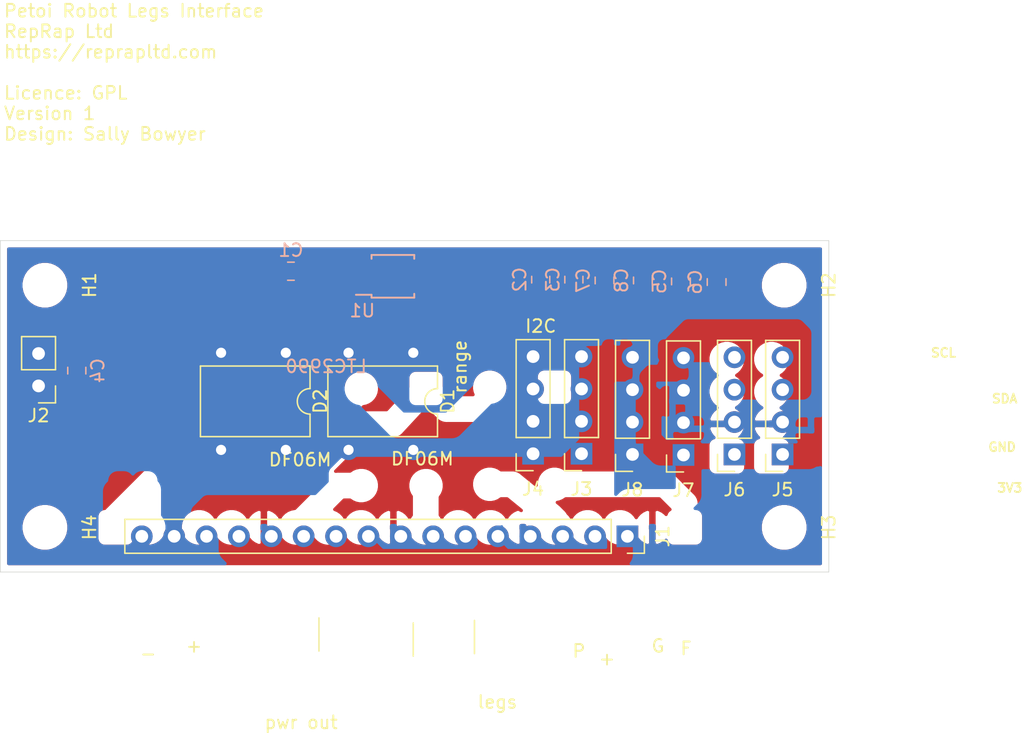
<source format=kicad_pcb>
(kicad_pcb (version 20171130) (host pcbnew 5.1.10-88a1d61d58~90~ubuntu20.04.1)

  (general
    (thickness 1.6)
    (drawings 25)
    (tracks 1)
    (zones 0)
    (modules 23)
    (nets 15)
  )

  (page A4)
  (layers
    (0 F.Cu signal)
    (31 B.Cu signal)
    (32 B.Adhes user)
    (33 F.Adhes user)
    (34 B.Paste user)
    (35 F.Paste user)
    (36 B.SilkS user)
    (37 F.SilkS user)
    (38 B.Mask user)
    (39 F.Mask user)
    (40 Dwgs.User user)
    (41 Cmts.User user)
    (42 Eco1.User user)
    (43 Eco2.User user)
    (44 Edge.Cuts user)
    (45 Margin user)
    (46 B.CrtYd user)
    (47 F.CrtYd user)
    (48 B.Fab user hide)
    (49 F.Fab user hide)
  )

  (setup
    (last_trace_width 0.25)
    (user_trace_width 0.3)
    (user_trace_width 0.4)
    (user_trace_width 1)
    (trace_clearance 0.2)
    (zone_clearance 0.508)
    (zone_45_only no)
    (trace_min 0.2)
    (via_size 0.8)
    (via_drill 0.4)
    (via_min_size 0.4)
    (via_min_drill 0.3)
    (user_via 2 1)
    (uvia_size 0.3)
    (uvia_drill 0.1)
    (uvias_allowed no)
    (uvia_min_size 0.2)
    (uvia_min_drill 0.1)
    (edge_width 0.05)
    (segment_width 0.2)
    (pcb_text_width 0.3)
    (pcb_text_size 1.5 1.5)
    (mod_edge_width 0.12)
    (mod_text_size 1 1)
    (mod_text_width 0.15)
    (pad_size 1.524 1.524)
    (pad_drill 0.762)
    (pad_to_mask_clearance 0.051)
    (solder_mask_min_width 0.25)
    (aux_axis_origin 0 0)
    (visible_elements FFFFFF7F)
    (pcbplotparams
      (layerselection 0x010e4_ffffffff)
      (usegerberextensions false)
      (usegerberattributes false)
      (usegerberadvancedattributes false)
      (creategerberjobfile false)
      (excludeedgelayer true)
      (linewidth 0.100000)
      (plotframeref false)
      (viasonmask false)
      (mode 1)
      (useauxorigin false)
      (hpglpennumber 1)
      (hpglpenspeed 20)
      (hpglpendiameter 15.000000)
      (psnegative false)
      (psa4output false)
      (plotreference true)
      (plotvalue true)
      (plotinvisibletext false)
      (padsonsilk false)
      (subtractmaskfromsilk false)
      (outputformat 1)
      (mirror false)
      (drillshape 0)
      (scaleselection 1)
      (outputdirectory "GERBER/"))
  )

  (net 0 "")
  (net 1 "Net-(D1-Pad4)")
  (net 2 "Net-(D1-Pad3)")
  (net 3 "Net-(D2-Pad3)")
  (net 4 "Net-(D2-Pad4)")
  (net 5 +3V3)
  (net 6 GND)
  (net 7 "Net-(J1-Pad4)")
  (net 8 "Net-(J1-Pad8)")
  (net 9 "Net-(J1-Pad12)")
  (net 10 "Net-(J1-Pad16)")
  (net 11 SDA)
  (net 12 SCL)
  (net 13 "Net-(C4-Pad1)")
  (net 14 "Net-(C4-Pad2)")

  (net_class Default "This is the default net class."
    (clearance 0.2)
    (trace_width 0.25)
    (via_dia 0.8)
    (via_drill 0.4)
    (uvia_dia 0.3)
    (uvia_drill 0.1)
    (add_net +3V3)
    (add_net GND)
    (add_net "Net-(C4-Pad1)")
    (add_net "Net-(C4-Pad2)")
    (add_net "Net-(D1-Pad3)")
    (add_net "Net-(D1-Pad4)")
    (add_net "Net-(D2-Pad3)")
    (add_net "Net-(D2-Pad4)")
    (add_net "Net-(J1-Pad12)")
    (add_net "Net-(J1-Pad16)")
    (add_net "Net-(J1-Pad4)")
    (add_net "Net-(J1-Pad8)")
    (add_net SCL)
    (add_net SDA)
  )

  (module Diode_THT:Diode_Bridge_DIP-4_W7.62mm_P5.08mm (layer F.Cu) (tedit 5A142105) (tstamp 620CDA1E)
    (at 45.4 178.8 270)
    (descr "4-lead dip package for diode bridges, row spacing 7.62 mm (300 mils), see http://cdn-reichelt.de/documents/datenblatt/A400/HDBL101G_20SERIES-TSC.pdf")
    (tags "DIL DIP PDIP 5.08mm 7.62mm 300mil")
    (path /620CD66E)
    (fp_text reference D1 (at 3.8 -2.7 90) (layer F.SilkS)
      (effects (font (size 1 1) (thickness 0.15)))
    )
    (fp_text value DF06M (at -2 2.78 180) (layer F.Fab)
      (effects (font (size 1 1) (thickness 0.15)))
    )
    (fp_line (start 6.58 -1.9) (end 4.81 -1.9) (layer F.SilkS) (width 0.12))
    (fp_line (start 6.58 6.7) (end 6.58 -1.9) (layer F.SilkS) (width 0.12))
    (fp_line (start 1.04 6.7) (end 6.58 6.7) (layer F.SilkS) (width 0.12))
    (fp_line (start 1.04 -1.9) (end 1.04 6.7) (layer F.SilkS) (width 0.12))
    (fp_line (start 2.81 -1.9) (end 1.04 -1.9) (layer F.SilkS) (width 0.12))
    (fp_line (start 0.635 -0.8) (end 1.635 -1.8) (layer F.Fab) (width 0.1))
    (fp_line (start 0.635 6.6) (end 0.635 -0.8) (layer F.Fab) (width 0.1))
    (fp_line (start 6.985 6.6) (end 0.635 6.6) (layer F.Fab) (width 0.1))
    (fp_line (start 6.985 -1.8) (end 6.985 6.6) (layer F.Fab) (width 0.1))
    (fp_line (start 1.635 -1.8) (end 6.985 -1.8) (layer F.Fab) (width 0.1))
    (fp_line (start -1.05 -2.05) (end 8.67 -2.05) (layer F.CrtYd) (width 0.05))
    (fp_line (start -1.05 -2.05) (end -1.05 6.85) (layer F.CrtYd) (width 0.05))
    (fp_line (start 8.67 6.85) (end 8.67 -2.05) (layer F.CrtYd) (width 0.05))
    (fp_line (start 8.67 6.85) (end -1.05 6.85) (layer F.CrtYd) (width 0.05))
    (fp_text user %R (at 3.81 2.54 90) (layer F.Fab)
      (effects (font (size 1 1) (thickness 0.15)))
    )
    (fp_arc (start 3.81 -1.9) (end 2.81 -1.9) (angle -180) (layer F.SilkS) (width 0.12))
    (pad 4 thru_hole oval (at 7.62 0 270) (size 1.6 1.6) (drill 0.8) (layers *.Cu *.Mask)
      (net 1 "Net-(D1-Pad4)"))
    (pad 2 thru_hole oval (at 0 5.08 270) (size 1.6 1.6) (drill 0.8) (layers *.Cu *.Mask)
      (net 13 "Net-(C4-Pad1)"))
    (pad 3 thru_hole oval (at 7.62 5.08 270) (size 1.6 1.6) (drill 0.8) (layers *.Cu *.Mask)
      (net 2 "Net-(D1-Pad3)"))
    (pad 1 thru_hole rect (at 0 0 270) (size 1.6 1.6) (drill 0.8) (layers *.Cu *.Mask)
      (net 14 "Net-(C4-Pad2)"))
    (model ${KISYS3DMOD}/Diode_THT.3dshapes/Diode_Bridge_DIP-4_W7.62mm_P5.08mm.wrl
      (at (xyz 0 0 0))
      (scale (xyz 1 1 1))
      (rotate (xyz 0 0 0))
    )
  )

  (module Diode_THT:Diode_Bridge_DIP-4_W7.62mm_P5.08mm (layer F.Cu) (tedit 5A142105) (tstamp 62728E51)
    (at 35.4 178.8 270)
    (descr "4-lead dip package for diode bridges, row spacing 7.62 mm (300 mils), see http://cdn-reichelt.de/documents/datenblatt/A400/HDBL101G_20SERIES-TSC.pdf")
    (tags "DIL DIP PDIP 5.08mm 7.62mm 300mil")
    (path /620CDFE9)
    (fp_text reference D2 (at 3.8 -2.7 90) (layer F.SilkS)
      (effects (font (size 1 1) (thickness 0.15)))
    )
    (fp_text value DF06M (at -1.8 2.1 180) (layer F.Fab)
      (effects (font (size 1 1) (thickness 0.15)))
    )
    (fp_line (start 8.67 6.85) (end -1.05 6.85) (layer F.CrtYd) (width 0.05))
    (fp_line (start 8.67 6.85) (end 8.67 -2.05) (layer F.CrtYd) (width 0.05))
    (fp_line (start -1.05 -2.05) (end -1.05 6.85) (layer F.CrtYd) (width 0.05))
    (fp_line (start -1.05 -2.05) (end 8.67 -2.05) (layer F.CrtYd) (width 0.05))
    (fp_line (start 1.635 -1.8) (end 6.985 -1.8) (layer F.Fab) (width 0.1))
    (fp_line (start 6.985 -1.8) (end 6.985 6.6) (layer F.Fab) (width 0.1))
    (fp_line (start 6.985 6.6) (end 0.635 6.6) (layer F.Fab) (width 0.1))
    (fp_line (start 0.635 6.6) (end 0.635 -0.8) (layer F.Fab) (width 0.1))
    (fp_line (start 0.635 -0.8) (end 1.635 -1.8) (layer F.Fab) (width 0.1))
    (fp_line (start 2.81 -1.9) (end 1.04 -1.9) (layer F.SilkS) (width 0.12))
    (fp_line (start 1.04 -1.9) (end 1.04 6.7) (layer F.SilkS) (width 0.12))
    (fp_line (start 1.04 6.7) (end 6.58 6.7) (layer F.SilkS) (width 0.12))
    (fp_line (start 6.58 6.7) (end 6.58 -1.9) (layer F.SilkS) (width 0.12))
    (fp_line (start 6.58 -1.9) (end 4.81 -1.9) (layer F.SilkS) (width 0.12))
    (fp_arc (start 3.81 -1.9) (end 2.81 -1.9) (angle -180) (layer F.SilkS) (width 0.12))
    (fp_text user %R (at 3.81 2.54 90) (layer F.Fab)
      (effects (font (size 1 1) (thickness 0.15)))
    )
    (pad 1 thru_hole rect (at 0 0 270) (size 1.6 1.6) (drill 0.8) (layers *.Cu *.Mask)
      (net 14 "Net-(C4-Pad2)"))
    (pad 3 thru_hole oval (at 7.62 5.08 270) (size 1.6 1.6) (drill 0.8) (layers *.Cu *.Mask)
      (net 3 "Net-(D2-Pad3)"))
    (pad 2 thru_hole oval (at 0 5.08 270) (size 1.6 1.6) (drill 0.8) (layers *.Cu *.Mask)
      (net 13 "Net-(C4-Pad1)"))
    (pad 4 thru_hole oval (at 7.62 0 270) (size 1.6 1.6) (drill 0.8) (layers *.Cu *.Mask)
      (net 4 "Net-(D2-Pad4)"))
    (model ${KISYS3DMOD}/Diode_THT.3dshapes/Diode_Bridge_DIP-4_W7.62mm_P5.08mm.wrl
      (at (xyz 0 0 0))
      (scale (xyz 1 1 1))
      (rotate (xyz 0 0 0))
    )
  )

  (module Connector_PinHeader_2.54mm:PinHeader_1x02_P2.54mm_Vertical (layer F.Cu) (tedit 59FED5CC) (tstamp 62728E94)
    (at 16 181.4 180)
    (descr "Through hole straight pin header, 1x02, 2.54mm pitch, single row")
    (tags "Through hole pin header THT 1x02 2.54mm single row")
    (path /620D1337)
    (fp_text reference J2 (at 0 -2.33) (layer F.SilkS)
      (effects (font (size 1 1) (thickness 0.15)))
    )
    (fp_text value "USB pwr out" (at 2.8 1.24 270) (layer F.Fab)
      (effects (font (size 1 1) (thickness 0.15)))
    )
    (fp_line (start -0.635 -1.27) (end 1.27 -1.27) (layer F.Fab) (width 0.1))
    (fp_line (start 1.27 -1.27) (end 1.27 3.81) (layer F.Fab) (width 0.1))
    (fp_line (start 1.27 3.81) (end -1.27 3.81) (layer F.Fab) (width 0.1))
    (fp_line (start -1.27 3.81) (end -1.27 -0.635) (layer F.Fab) (width 0.1))
    (fp_line (start -1.27 -0.635) (end -0.635 -1.27) (layer F.Fab) (width 0.1))
    (fp_line (start -1.33 3.87) (end 1.33 3.87) (layer F.SilkS) (width 0.12))
    (fp_line (start -1.33 1.27) (end -1.33 3.87) (layer F.SilkS) (width 0.12))
    (fp_line (start 1.33 1.27) (end 1.33 3.87) (layer F.SilkS) (width 0.12))
    (fp_line (start -1.33 1.27) (end 1.33 1.27) (layer F.SilkS) (width 0.12))
    (fp_line (start -1.33 0) (end -1.33 -1.33) (layer F.SilkS) (width 0.12))
    (fp_line (start -1.33 -1.33) (end 0 -1.33) (layer F.SilkS) (width 0.12))
    (fp_line (start -1.8 -1.8) (end -1.8 4.35) (layer F.CrtYd) (width 0.05))
    (fp_line (start -1.8 4.35) (end 1.8 4.35) (layer F.CrtYd) (width 0.05))
    (fp_line (start 1.8 4.35) (end 1.8 -1.8) (layer F.CrtYd) (width 0.05))
    (fp_line (start 1.8 -1.8) (end -1.8 -1.8) (layer F.CrtYd) (width 0.05))
    (fp_text user %R (at 1 0 90) (layer F.Fab)
      (effects (font (size 1 1) (thickness 0.15)))
    )
    (pad 1 thru_hole rect (at 0 0 180) (size 1.7 1.7) (drill 1) (layers *.Cu *.Mask)
      (net 13 "Net-(C4-Pad1)"))
    (pad 2 thru_hole oval (at 0 2.54 180) (size 1.7 1.7) (drill 1) (layers *.Cu *.Mask)
      (net 14 "Net-(C4-Pad2)"))
    (model ${KISYS3DMOD}/Connector_PinHeader_2.54mm.3dshapes/PinHeader_1x02_P2.54mm_Vertical.wrl
      (at (xyz 0 0 0))
      (scale (xyz 1 1 1))
      (rotate (xyz 0 0 0))
    )
  )

  (module MountingHole:MountingHole_2.5mm (layer F.Cu) (tedit 56D1B4CB) (tstamp 620CD7B2)
    (at 16.5 173.5 270)
    (descr "Mounting Hole 2.5mm, no annular")
    (tags "mounting hole 2.5mm no annular")
    (path /620CDEDB)
    (attr virtual)
    (fp_text reference H1 (at 0 -3.5 90) (layer F.SilkS)
      (effects (font (size 1 1) (thickness 0.15)))
    )
    (fp_text value MountingHole (at 0 3.5 90) (layer F.Fab)
      (effects (font (size 1 1) (thickness 0.15)))
    )
    (fp_circle (center 0 0) (end 2.5 0) (layer Cmts.User) (width 0.15))
    (fp_circle (center 0 0) (end 2.75 0) (layer F.CrtYd) (width 0.05))
    (fp_text user %R (at 0.3 0 90) (layer F.Fab)
      (effects (font (size 1 1) (thickness 0.15)))
    )
    (pad 1 np_thru_hole circle (at 0 0 270) (size 2.5 2.5) (drill 2.5) (layers *.Cu *.Mask))
  )

  (module MountingHole:MountingHole_2.5mm (layer F.Cu) (tedit 56D1B4CB) (tstamp 620CD7BA)
    (at 74.5 173.5 270)
    (descr "Mounting Hole 2.5mm, no annular")
    (tags "mounting hole 2.5mm no annular")
    (path /620CE4D0)
    (attr virtual)
    (fp_text reference H2 (at 0 -3.5 90) (layer F.SilkS)
      (effects (font (size 1 1) (thickness 0.15)))
    )
    (fp_text value MountingHole (at 0 3.5 90) (layer F.Fab)
      (effects (font (size 1 1) (thickness 0.15)))
    )
    (fp_circle (center 0 0) (end 2.75 0) (layer F.CrtYd) (width 0.05))
    (fp_circle (center 0 0) (end 2.5 0) (layer Cmts.User) (width 0.15))
    (fp_text user h (at 0 -1 90) (layer F.Fab)
      (effects (font (size 1 1) (thickness 0.15)))
    )
    (pad 1 np_thru_hole circle (at 0 0 270) (size 2.5 2.5) (drill 2.5) (layers *.Cu *.Mask))
  )

  (module Capacitor_SMD:C_0805_2012Metric (layer B.Cu) (tedit 5B36C52B) (tstamp 62712637)
    (at 35.8 172.4 180)
    (descr "Capacitor SMD 0805 (2012 Metric), square (rectangular) end terminal, IPC_7351 nominal, (Body size source: https://docs.google.com/spreadsheets/d/1BsfQQcO9C6DZCsRaXUlFlo91Tg2WpOkGARC1WS5S8t0/edit?usp=sharing), generated with kicad-footprint-generator")
    (tags capacitor)
    (path /62738D80)
    (attr smd)
    (fp_text reference C1 (at 0 1.65) (layer B.SilkS)
      (effects (font (size 1 1) (thickness 0.15)) (justify mirror))
    )
    (fp_text value 0.1u (at 0 -1.65) (layer B.Fab)
      (effects (font (size 1 1) (thickness 0.15)) (justify mirror))
    )
    (fp_line (start 1.68 -0.95) (end -1.68 -0.95) (layer B.CrtYd) (width 0.05))
    (fp_line (start 1.68 0.95) (end 1.68 -0.95) (layer B.CrtYd) (width 0.05))
    (fp_line (start -1.68 0.95) (end 1.68 0.95) (layer B.CrtYd) (width 0.05))
    (fp_line (start -1.68 -0.95) (end -1.68 0.95) (layer B.CrtYd) (width 0.05))
    (fp_line (start -0.258578 -0.71) (end 0.258578 -0.71) (layer B.SilkS) (width 0.12))
    (fp_line (start -0.258578 0.71) (end 0.258578 0.71) (layer B.SilkS) (width 0.12))
    (fp_line (start 1 -0.6) (end -1 -0.6) (layer B.Fab) (width 0.1))
    (fp_line (start 1 0.6) (end 1 -0.6) (layer B.Fab) (width 0.1))
    (fp_line (start -1 0.6) (end 1 0.6) (layer B.Fab) (width 0.1))
    (fp_line (start -1 -0.6) (end -1 0.6) (layer B.Fab) (width 0.1))
    (fp_text user %R (at 0 0) (layer B.Fab)
      (effects (font (size 0.5 0.5) (thickness 0.08)) (justify mirror))
    )
    (pad 1 smd roundrect (at -0.9375 0 180) (size 0.975 1.4) (layers B.Cu B.Paste B.Mask) (roundrect_rratio 0.25)
      (net 5 +3V3))
    (pad 2 smd roundrect (at 0.9375 0 180) (size 0.975 1.4) (layers B.Cu B.Paste B.Mask) (roundrect_rratio 0.25)
      (net 6 GND))
    (model ${KISYS3DMOD}/Capacitor_SMD.3dshapes/C_0805_2012Metric.wrl
      (at (xyz 0 0 0))
      (scale (xyz 1 1 1))
      (rotate (xyz 0 0 0))
    )
  )

  (module Capacitor_SMD:C_0805_2012Metric (layer B.Cu) (tedit 5B36C52B) (tstamp 62712648)
    (at 55.4 173.0625 270)
    (descr "Capacitor SMD 0805 (2012 Metric), square (rectangular) end terminal, IPC_7351 nominal, (Body size source: https://docs.google.com/spreadsheets/d/1BsfQQcO9C6DZCsRaXUlFlo91Tg2WpOkGARC1WS5S8t0/edit?usp=sharing), generated with kicad-footprint-generator")
    (tags capacitor)
    (path /62789089)
    (attr smd)
    (fp_text reference C2 (at 0 1.65 90) (layer B.SilkS)
      (effects (font (size 1 1) (thickness 0.15)) (justify mirror))
    )
    (fp_text value 0.1u (at 3.4 -0.2 90) (layer B.Fab)
      (effects (font (size 1 1) (thickness 0.15)) (justify mirror))
    )
    (fp_line (start 1.68 -0.95) (end -1.68 -0.95) (layer B.CrtYd) (width 0.05))
    (fp_line (start 1.68 0.95) (end 1.68 -0.95) (layer B.CrtYd) (width 0.05))
    (fp_line (start -1.68 0.95) (end 1.68 0.95) (layer B.CrtYd) (width 0.05))
    (fp_line (start -1.68 -0.95) (end -1.68 0.95) (layer B.CrtYd) (width 0.05))
    (fp_line (start -0.258578 -0.71) (end 0.258578 -0.71) (layer B.SilkS) (width 0.12))
    (fp_line (start -0.258578 0.71) (end 0.258578 0.71) (layer B.SilkS) (width 0.12))
    (fp_line (start 1 -0.6) (end -1 -0.6) (layer B.Fab) (width 0.1))
    (fp_line (start 1 0.6) (end 1 -0.6) (layer B.Fab) (width 0.1))
    (fp_line (start -1 0.6) (end 1 0.6) (layer B.Fab) (width 0.1))
    (fp_line (start -1 -0.6) (end -1 0.6) (layer B.Fab) (width 0.1))
    (fp_text user %R (at 0 0 90) (layer B.Fab)
      (effects (font (size 0.5 0.5) (thickness 0.08)) (justify mirror))
    )
    (pad 1 smd roundrect (at -0.9375 0 270) (size 0.975 1.4) (layers B.Cu B.Paste B.Mask) (roundrect_rratio 0.25)
      (net 5 +3V3))
    (pad 2 smd roundrect (at 0.9375 0 270) (size 0.975 1.4) (layers B.Cu B.Paste B.Mask) (roundrect_rratio 0.25)
      (net 6 GND))
    (model ${KISYS3DMOD}/Capacitor_SMD.3dshapes/C_0805_2012Metric.wrl
      (at (xyz 0 0 0))
      (scale (xyz 1 1 1))
      (rotate (xyz 0 0 0))
    )
  )

  (module Capacitor_SMD:C_0805_2012Metric (layer B.Cu) (tedit 5B36C52B) (tstamp 627B9B16)
    (at 58 173.0625 270)
    (descr "Capacitor SMD 0805 (2012 Metric), square (rectangular) end terminal, IPC_7351 nominal, (Body size source: https://docs.google.com/spreadsheets/d/1BsfQQcO9C6DZCsRaXUlFlo91Tg2WpOkGARC1WS5S8t0/edit?usp=sharing), generated with kicad-footprint-generator")
    (tags capacitor)
    (path /627930F2)
    (attr smd)
    (fp_text reference C3 (at 0 1.65 90) (layer B.SilkS)
      (effects (font (size 1 1) (thickness 0.15)) (justify mirror))
    )
    (fp_text value 0.1u (at -0.1 1.8 90) (layer B.Fab)
      (effects (font (size 1 1) (thickness 0.15)) (justify mirror))
    )
    (fp_line (start 1.68 -0.95) (end -1.68 -0.95) (layer B.CrtYd) (width 0.05))
    (fp_line (start 1.68 0.95) (end 1.68 -0.95) (layer B.CrtYd) (width 0.05))
    (fp_line (start -1.68 0.95) (end 1.68 0.95) (layer B.CrtYd) (width 0.05))
    (fp_line (start -1.68 -0.95) (end -1.68 0.95) (layer B.CrtYd) (width 0.05))
    (fp_line (start -0.258578 -0.71) (end 0.258578 -0.71) (layer B.SilkS) (width 0.12))
    (fp_line (start -0.258578 0.71) (end 0.258578 0.71) (layer B.SilkS) (width 0.12))
    (fp_line (start 1 -0.6) (end -1 -0.6) (layer B.Fab) (width 0.1))
    (fp_line (start 1 0.6) (end 1 -0.6) (layer B.Fab) (width 0.1))
    (fp_line (start -1 0.6) (end 1 0.6) (layer B.Fab) (width 0.1))
    (fp_line (start -1 -0.6) (end -1 0.6) (layer B.Fab) (width 0.1))
    (fp_text user %R (at 0 0 90) (layer B.Fab)
      (effects (font (size 0.5 0.5) (thickness 0.08)) (justify mirror))
    )
    (pad 1 smd roundrect (at -0.9375 0 270) (size 0.975 1.4) (layers B.Cu B.Paste B.Mask) (roundrect_rratio 0.25)
      (net 5 +3V3))
    (pad 2 smd roundrect (at 0.9375 0 270) (size 0.975 1.4) (layers B.Cu B.Paste B.Mask) (roundrect_rratio 0.25)
      (net 6 GND))
    (model ${KISYS3DMOD}/Capacitor_SMD.3dshapes/C_0805_2012Metric.wrl
      (at (xyz 0 0 0))
      (scale (xyz 1 1 1))
      (rotate (xyz 0 0 0))
    )
  )

  (module MountingHole:MountingHole_2.5mm (layer F.Cu) (tedit 56D1B4CB) (tstamp 62712661)
    (at 74.5 192.5 270)
    (descr "Mounting Hole 2.5mm, no annular")
    (tags "mounting hole 2.5mm no annular")
    (path /62719672)
    (attr virtual)
    (fp_text reference H3 (at 0 -3.5 90) (layer F.SilkS)
      (effects (font (size 1 1) (thickness 0.15)))
    )
    (fp_text value MountingHole (at 0 3.5 90) (layer F.Fab)
      (effects (font (size 1 1) (thickness 0.15)))
    )
    (fp_circle (center 0 0) (end 2.75 0) (layer F.CrtYd) (width 0.05))
    (fp_circle (center 0 0) (end 2.5 0) (layer Cmts.User) (width 0.15))
    (fp_text user %R (at 0.3 0 90) (layer F.Fab)
      (effects (font (size 1 1) (thickness 0.15)))
    )
    (pad 1 np_thru_hole circle (at 0 0 270) (size 2.5 2.5) (drill 2.5) (layers *.Cu *.Mask))
  )

  (module MountingHole:MountingHole_2.5mm (layer F.Cu) (tedit 56D1B4CB) (tstamp 627134B0)
    (at 16.5 192.5 270)
    (descr "Mounting Hole 2.5mm, no annular")
    (tags "mounting hole 2.5mm no annular")
    (path /62719678)
    (attr virtual)
    (fp_text reference H4 (at 0 -3.5 90) (layer F.SilkS)
      (effects (font (size 1 1) (thickness 0.15)))
    )
    (fp_text value MountingHole (at 0 3.5 90) (layer F.Fab)
      (effects (font (size 1 1) (thickness 0.15)))
    )
    (fp_circle (center 0 0) (end 2.5 0) (layer Cmts.User) (width 0.15))
    (fp_circle (center 0 0) (end 2.75 0) (layer F.CrtYd) (width 0.05))
    (fp_text user %R (at 0.3 0 90) (layer F.Fab)
      (effects (font (size 1 1) (thickness 0.15)))
    )
    (pad 1 np_thru_hole circle (at 0 0 270) (size 2.5 2.5) (drill 2.5) (layers *.Cu *.Mask))
  )

  (module Connector_PinSocket_2.54mm:PinSocket_1x16_P2.54mm_Vertical (layer F.Cu) (tedit 5A19A41E) (tstamp 6271268D)
    (at 62.2 193.2 270)
    (descr "Through hole straight socket strip, 1x16, 2.54mm pitch, single row (from Kicad 4.0.7), script generated")
    (tags "Through hole socket strip THT 1x16 2.54mm single row")
    (path /6271E313)
    (fp_text reference J1 (at 0 -2.77 90) (layer F.SilkS)
      (effects (font (size 1 1) (thickness 0.15)))
    )
    (fp_text value Legs (at -2.7 31.7 180) (layer F.Fab)
      (effects (font (size 1 1) (thickness 0.15)))
    )
    (fp_line (start -1.8 39.9) (end -1.8 -1.8) (layer F.CrtYd) (width 0.05))
    (fp_line (start 1.75 39.9) (end -1.8 39.9) (layer F.CrtYd) (width 0.05))
    (fp_line (start 1.75 -1.8) (end 1.75 39.9) (layer F.CrtYd) (width 0.05))
    (fp_line (start -1.8 -1.8) (end 1.75 -1.8) (layer F.CrtYd) (width 0.05))
    (fp_line (start 0 -1.33) (end 1.33 -1.33) (layer F.SilkS) (width 0.12))
    (fp_line (start 1.33 -1.33) (end 1.33 0) (layer F.SilkS) (width 0.12))
    (fp_line (start 1.33 1.27) (end 1.33 39.43) (layer F.SilkS) (width 0.12))
    (fp_line (start -1.33 39.43) (end 1.33 39.43) (layer F.SilkS) (width 0.12))
    (fp_line (start -1.33 1.27) (end -1.33 39.43) (layer F.SilkS) (width 0.12))
    (fp_line (start -1.33 1.27) (end 1.33 1.27) (layer F.SilkS) (width 0.12))
    (fp_line (start -1.27 39.37) (end -1.27 -1.27) (layer F.Fab) (width 0.1))
    (fp_line (start 1.27 39.37) (end -1.27 39.37) (layer F.Fab) (width 0.1))
    (fp_line (start 1.27 -0.635) (end 1.27 39.37) (layer F.Fab) (width 0.1))
    (fp_line (start 0.635 -1.27) (end 1.27 -0.635) (layer F.Fab) (width 0.1))
    (fp_line (start -1.27 -1.27) (end 0.635 -1.27) (layer F.Fab) (width 0.1))
    (fp_text user %R (at 0 19.05) (layer F.Fab)
      (effects (font (size 1 1) (thickness 0.15)))
    )
    (pad 1 thru_hole rect (at 0 0 270) (size 1.7 1.7) (drill 1) (layers *.Cu *.Mask)
      (net 1 "Net-(D1-Pad4)"))
    (pad 2 thru_hole oval (at 0 2.54 270) (size 1.7 1.7) (drill 1) (layers *.Cu *.Mask)
      (net 6 GND))
    (pad 3 thru_hole oval (at 0 5.08 270) (size 1.7 1.7) (drill 1) (layers *.Cu *.Mask)
      (net 5 +3V3))
    (pad 4 thru_hole oval (at 0 7.62 270) (size 1.7 1.7) (drill 1) (layers *.Cu *.Mask)
      (net 7 "Net-(J1-Pad4)"))
    (pad 5 thru_hole oval (at 0 10.16 270) (size 1.7 1.7) (drill 1) (layers *.Cu *.Mask)
      (net 2 "Net-(D1-Pad3)"))
    (pad 6 thru_hole oval (at 0 12.7 270) (size 1.7 1.7) (drill 1) (layers *.Cu *.Mask)
      (net 6 GND))
    (pad 7 thru_hole oval (at 0 15.24 270) (size 1.7 1.7) (drill 1) (layers *.Cu *.Mask)
      (net 5 +3V3))
    (pad 8 thru_hole oval (at 0 17.78 270) (size 1.7 1.7) (drill 1) (layers *.Cu *.Mask)
      (net 8 "Net-(J1-Pad8)"))
    (pad 9 thru_hole oval (at 0 20.32 270) (size 1.7 1.7) (drill 1) (layers *.Cu *.Mask)
      (net 4 "Net-(D2-Pad4)"))
    (pad 10 thru_hole oval (at 0 22.86 270) (size 1.7 1.7) (drill 1) (layers *.Cu *.Mask)
      (net 6 GND))
    (pad 11 thru_hole oval (at 0 25.4 270) (size 1.7 1.7) (drill 1) (layers *.Cu *.Mask)
      (net 5 +3V3))
    (pad 12 thru_hole oval (at 0 27.94 270) (size 1.7 1.7) (drill 1) (layers *.Cu *.Mask)
      (net 9 "Net-(J1-Pad12)"))
    (pad 13 thru_hole oval (at 0 30.48 270) (size 1.7 1.7) (drill 1) (layers *.Cu *.Mask)
      (net 3 "Net-(D2-Pad3)"))
    (pad 14 thru_hole oval (at 0 33.02 270) (size 1.7 1.7) (drill 1) (layers *.Cu *.Mask)
      (net 6 GND))
    (pad 15 thru_hole oval (at 0 35.56 270) (size 1.7 1.7) (drill 1) (layers *.Cu *.Mask)
      (net 5 +3V3))
    (pad 16 thru_hole oval (at 0 38.1 270) (size 1.7 1.7) (drill 1) (layers *.Cu *.Mask)
      (net 10 "Net-(J1-Pad16)"))
    (model ${KISYS3DMOD}/Connector_PinSocket_2.54mm.3dshapes/PinSocket_1x16_P2.54mm_Vertical.wrl
      (at (xyz 0 0 0))
      (scale (xyz 1 1 1))
      (rotate (xyz 0 0 0))
    )
  )

  (module Connector_PinSocket_2.54mm:PinSocket_1x04_P2.54mm_Vertical (layer F.Cu) (tedit 5A19A429) (tstamp 63933815)
    (at 58.6 186.72 180)
    (descr "Through hole straight socket strip, 1x04, 2.54mm pitch, single row (from Kicad 4.0.7), script generated")
    (tags "Through hole socket strip THT 1x04 2.54mm single row")
    (path /62758C47)
    (fp_text reference J3 (at 0 -2.77) (layer F.SilkS)
      (effects (font (size 1 1) (thickness 0.15)))
    )
    (fp_text value I2C (at -2.7 8.12 90) (layer F.Fab)
      (effects (font (size 1 1) (thickness 0.15)))
    )
    (fp_line (start -1.8 9.4) (end -1.8 -1.8) (layer F.CrtYd) (width 0.05))
    (fp_line (start 1.75 9.4) (end -1.8 9.4) (layer F.CrtYd) (width 0.05))
    (fp_line (start 1.75 -1.8) (end 1.75 9.4) (layer F.CrtYd) (width 0.05))
    (fp_line (start -1.8 -1.8) (end 1.75 -1.8) (layer F.CrtYd) (width 0.05))
    (fp_line (start 0 -1.33) (end 1.33 -1.33) (layer F.SilkS) (width 0.12))
    (fp_line (start 1.33 -1.33) (end 1.33 0) (layer F.SilkS) (width 0.12))
    (fp_line (start 1.33 1.27) (end 1.33 8.95) (layer F.SilkS) (width 0.12))
    (fp_line (start -1.33 8.95) (end 1.33 8.95) (layer F.SilkS) (width 0.12))
    (fp_line (start -1.33 1.27) (end -1.33 8.95) (layer F.SilkS) (width 0.12))
    (fp_line (start -1.33 1.27) (end 1.33 1.27) (layer F.SilkS) (width 0.12))
    (fp_line (start -1.27 8.89) (end -1.27 -1.27) (layer F.Fab) (width 0.1))
    (fp_line (start 1.27 8.89) (end -1.27 8.89) (layer F.Fab) (width 0.1))
    (fp_line (start 1.27 -0.635) (end 1.27 8.89) (layer F.Fab) (width 0.1))
    (fp_line (start 0.635 -1.27) (end 1.27 -0.635) (layer F.Fab) (width 0.1))
    (fp_line (start -1.27 -1.27) (end 0.635 -1.27) (layer F.Fab) (width 0.1))
    (fp_text user %R (at 0 3.81 90) (layer F.Fab)
      (effects (font (size 1 1) (thickness 0.15)))
    )
    (pad 1 thru_hole rect (at 0 0 180) (size 1.7 1.7) (drill 1) (layers *.Cu *.Mask)
      (net 5 +3V3))
    (pad 2 thru_hole oval (at 0 2.54 180) (size 1.7 1.7) (drill 1) (layers *.Cu *.Mask)
      (net 6 GND))
    (pad 3 thru_hole oval (at 0 5.08 180) (size 1.7 1.7) (drill 1) (layers *.Cu *.Mask)
      (net 11 SDA))
    (pad 4 thru_hole oval (at 0 7.62 180) (size 1.7 1.7) (drill 1) (layers *.Cu *.Mask)
      (net 12 SCL))
    (model ${KISYS3DMOD}/Connector_PinSocket_2.54mm.3dshapes/PinSocket_1x04_P2.54mm_Vertical.wrl
      (at (xyz 0 0 0))
      (scale (xyz 1 1 1))
      (rotate (xyz 0 0 0))
    )
  )

  (module Connector_PinSocket_2.54mm:PinSocket_1x04_P2.54mm_Vertical (layer F.Cu) (tedit 5A19A429) (tstamp 63933860)
    (at 54.8 186.72 180)
    (descr "Through hole straight socket strip, 1x04, 2.54mm pitch, single row (from Kicad 4.0.7), script generated")
    (tags "Through hole socket strip THT 1x04 2.54mm single row")
    (path /627930E0)
    (fp_text reference J4 (at 0 -2.77) (layer F.SilkS)
      (effects (font (size 1 1) (thickness 0.15)))
    )
    (fp_text value range (at 2.8 7.12 90) (layer F.Fab)
      (effects (font (size 1 1) (thickness 0.15)))
    )
    (fp_line (start -1.27 -1.27) (end 0.635 -1.27) (layer F.Fab) (width 0.1))
    (fp_line (start 0.635 -1.27) (end 1.27 -0.635) (layer F.Fab) (width 0.1))
    (fp_line (start 1.27 -0.635) (end 1.27 8.89) (layer F.Fab) (width 0.1))
    (fp_line (start 1.27 8.89) (end -1.27 8.89) (layer F.Fab) (width 0.1))
    (fp_line (start -1.27 8.89) (end -1.27 -1.27) (layer F.Fab) (width 0.1))
    (fp_line (start -1.33 1.27) (end 1.33 1.27) (layer F.SilkS) (width 0.12))
    (fp_line (start -1.33 1.27) (end -1.33 8.95) (layer F.SilkS) (width 0.12))
    (fp_line (start -1.33 8.95) (end 1.33 8.95) (layer F.SilkS) (width 0.12))
    (fp_line (start 1.33 1.27) (end 1.33 8.95) (layer F.SilkS) (width 0.12))
    (fp_line (start 1.33 -1.33) (end 1.33 0) (layer F.SilkS) (width 0.12))
    (fp_line (start 0 -1.33) (end 1.33 -1.33) (layer F.SilkS) (width 0.12))
    (fp_line (start -1.8 -1.8) (end 1.75 -1.8) (layer F.CrtYd) (width 0.05))
    (fp_line (start 1.75 -1.8) (end 1.75 9.4) (layer F.CrtYd) (width 0.05))
    (fp_line (start 1.75 9.4) (end -1.8 9.4) (layer F.CrtYd) (width 0.05))
    (fp_line (start -1.8 9.4) (end -1.8 -1.8) (layer F.CrtYd) (width 0.05))
    (fp_text user %R (at 0 3.81 90) (layer F.Fab)
      (effects (font (size 1 1) (thickness 0.15)))
    )
    (pad 4 thru_hole oval (at 0 7.62 180) (size 1.7 1.7) (drill 1) (layers *.Cu *.Mask)
      (net 12 SCL))
    (pad 3 thru_hole oval (at 0 5.08 180) (size 1.7 1.7) (drill 1) (layers *.Cu *.Mask)
      (net 11 SDA))
    (pad 2 thru_hole oval (at 0 2.54 180) (size 1.7 1.7) (drill 1) (layers *.Cu *.Mask)
      (net 6 GND))
    (pad 1 thru_hole rect (at 0 0 180) (size 1.7 1.7) (drill 1) (layers *.Cu *.Mask)
      (net 5 +3V3))
    (model ${KISYS3DMOD}/Connector_PinSocket_2.54mm.3dshapes/PinSocket_1x04_P2.54mm_Vertical.wrl
      (at (xyz 0 0 0))
      (scale (xyz 1 1 1))
      (rotate (xyz 0 0 0))
    )
  )

  (module Package_SO:MSOP-10_3x3mm_P0.5mm (layer B.Cu) (tedit 5A02F25C) (tstamp 6271350B)
    (at 43.8 172.8)
    (descr "10-Lead Plastic Micro Small Outline Package (MS) [MSOP] (see Microchip Packaging Specification 00000049BS.pdf)")
    (tags "SSOP 0.5")
    (path /62719CC8)
    (attr smd)
    (fp_text reference U1 (at -2.4 2.7) (layer B.SilkS)
      (effects (font (size 1 1) (thickness 0.15)) (justify mirror))
    )
    (fp_text value LTC2990 (at 0 -2.6) (layer B.Fab)
      (effects (font (size 1 1) (thickness 0.15)) (justify mirror))
    )
    (fp_line (start -1.675 1.45) (end -2.9 1.45) (layer B.SilkS) (width 0.15))
    (fp_line (start -1.675 -1.675) (end 1.675 -1.675) (layer B.SilkS) (width 0.15))
    (fp_line (start -1.675 1.675) (end 1.675 1.675) (layer B.SilkS) (width 0.15))
    (fp_line (start -1.675 -1.675) (end -1.675 -1.375) (layer B.SilkS) (width 0.15))
    (fp_line (start 1.675 -1.675) (end 1.675 -1.375) (layer B.SilkS) (width 0.15))
    (fp_line (start 1.675 1.675) (end 1.675 1.375) (layer B.SilkS) (width 0.15))
    (fp_line (start -1.675 1.675) (end -1.675 1.45) (layer B.SilkS) (width 0.15))
    (fp_line (start -3.15 -1.85) (end 3.15 -1.85) (layer B.CrtYd) (width 0.05))
    (fp_line (start -3.15 1.85) (end 3.15 1.85) (layer B.CrtYd) (width 0.05))
    (fp_line (start 3.15 1.85) (end 3.15 -1.85) (layer B.CrtYd) (width 0.05))
    (fp_line (start -3.15 1.85) (end -3.15 -1.85) (layer B.CrtYd) (width 0.05))
    (fp_line (start -1.5 0.5) (end -0.5 1.5) (layer B.Fab) (width 0.15))
    (fp_line (start -1.5 -1.5) (end -1.5 0.5) (layer B.Fab) (width 0.15))
    (fp_line (start 1.5 -1.5) (end -1.5 -1.5) (layer B.Fab) (width 0.15))
    (fp_line (start 1.5 1.5) (end 1.5 -1.5) (layer B.Fab) (width 0.15))
    (fp_line (start -0.5 1.5) (end 1.5 1.5) (layer B.Fab) (width 0.15))
    (fp_text user %R (at 0 0) (layer B.Fab)
      (effects (font (size 0.6 0.6) (thickness 0.15)) (justify mirror))
    )
    (pad 1 smd rect (at -2.2 1) (size 1.4 0.3) (layers B.Cu B.Paste B.Mask)
      (net 7 "Net-(J1-Pad4)"))
    (pad 2 smd rect (at -2.2 0.5) (size 1.4 0.3) (layers B.Cu B.Paste B.Mask)
      (net 8 "Net-(J1-Pad8)"))
    (pad 3 smd rect (at -2.2 0) (size 1.4 0.3) (layers B.Cu B.Paste B.Mask)
      (net 9 "Net-(J1-Pad12)"))
    (pad 4 smd rect (at -2.2 -0.5) (size 1.4 0.3) (layers B.Cu B.Paste B.Mask)
      (net 10 "Net-(J1-Pad16)"))
    (pad 5 smd rect (at -2.2 -1) (size 1.4 0.3) (layers B.Cu B.Paste B.Mask)
      (net 6 GND))
    (pad 6 smd rect (at 2.2 -1) (size 1.4 0.3) (layers B.Cu B.Paste B.Mask)
      (net 11 SDA))
    (pad 7 smd rect (at 2.2 -0.5) (size 1.4 0.3) (layers B.Cu B.Paste B.Mask)
      (net 12 SCL))
    (pad 8 smd rect (at 2.2 0) (size 1.4 0.3) (layers B.Cu B.Paste B.Mask)
      (net 6 GND))
    (pad 9 smd rect (at 2.2 0.5) (size 1.4 0.3) (layers B.Cu B.Paste B.Mask)
      (net 6 GND))
    (pad 10 smd rect (at 2.2 1) (size 1.4 0.3) (layers B.Cu B.Paste B.Mask)
      (net 5 +3V3))
    (model ${KISYS3DMOD}/Package_SO.3dshapes/MSOP-10_3x3mm_P0.5mm.wrl
      (at (xyz 0 0 0))
      (scale (xyz 1 1 1))
      (rotate (xyz 0 0 0))
    )
  )

  (module Capacitor_SMD:C_0805_2012Metric (layer B.Cu) (tedit 5B36C52B) (tstamp 627B9DB0)
    (at 19 180.2 90)
    (descr "Capacitor SMD 0805 (2012 Metric), square (rectangular) end terminal, IPC_7351 nominal, (Body size source: https://docs.google.com/spreadsheets/d/1BsfQQcO9C6DZCsRaXUlFlo91Tg2WpOkGARC1WS5S8t0/edit?usp=sharing), generated with kicad-footprint-generator")
    (tags capacitor)
    (path /627BBE63)
    (attr smd)
    (fp_text reference C4 (at 0 1.65 90) (layer B.SilkS)
      (effects (font (size 1 1) (thickness 0.15)) (justify mirror))
    )
    (fp_text value 1u (at 0 -1.65 90) (layer B.Fab)
      (effects (font (size 1 1) (thickness 0.15)) (justify mirror))
    )
    (fp_line (start 1.68 -0.95) (end -1.68 -0.95) (layer B.CrtYd) (width 0.05))
    (fp_line (start 1.68 0.95) (end 1.68 -0.95) (layer B.CrtYd) (width 0.05))
    (fp_line (start -1.68 0.95) (end 1.68 0.95) (layer B.CrtYd) (width 0.05))
    (fp_line (start -1.68 -0.95) (end -1.68 0.95) (layer B.CrtYd) (width 0.05))
    (fp_line (start -0.258578 -0.71) (end 0.258578 -0.71) (layer B.SilkS) (width 0.12))
    (fp_line (start -0.258578 0.71) (end 0.258578 0.71) (layer B.SilkS) (width 0.12))
    (fp_line (start 1 -0.6) (end -1 -0.6) (layer B.Fab) (width 0.1))
    (fp_line (start 1 0.6) (end 1 -0.6) (layer B.Fab) (width 0.1))
    (fp_line (start -1 0.6) (end 1 0.6) (layer B.Fab) (width 0.1))
    (fp_line (start -1 -0.6) (end -1 0.6) (layer B.Fab) (width 0.1))
    (fp_text user %R (at 0 0 90) (layer B.Fab)
      (effects (font (size 0.5 0.5) (thickness 0.08)) (justify mirror))
    )
    (pad 1 smd roundrect (at -0.9375 0 90) (size 0.975 1.4) (layers B.Cu B.Paste B.Mask) (roundrect_rratio 0.25)
      (net 13 "Net-(C4-Pad1)"))
    (pad 2 smd roundrect (at 0.9375 0 90) (size 0.975 1.4) (layers B.Cu B.Paste B.Mask) (roundrect_rratio 0.25)
      (net 14 "Net-(C4-Pad2)"))
    (model ${KISYS3DMOD}/Capacitor_SMD.3dshapes/C_0805_2012Metric.wrl
      (at (xyz 0 0 0))
      (scale (xyz 1 1 1))
      (rotate (xyz 0 0 0))
    )
  )

  (module Capacitor_SMD:C_0805_2012Metric (layer B.Cu) (tedit 5F68FEEE) (tstamp 63931554)
    (at 66.4 173.2 270)
    (descr "Capacitor SMD 0805 (2012 Metric), square (rectangular) end terminal, IPC_7351 nominal, (Body size source: IPC-SM-782 page 76, https://www.pcb-3d.com/wordpress/wp-content/uploads/ipc-sm-782a_amendment_1_and_2.pdf, https://docs.google.com/spreadsheets/d/1BsfQQcO9C6DZCsRaXUlFlo91Tg2WpOkGARC1WS5S8t0/edit?usp=sharing), generated with kicad-footprint-generator")
    (tags capacitor)
    (path /6393D35D)
    (attr smd)
    (fp_text reference C5 (at 0 1.68 90) (layer B.SilkS)
      (effects (font (size 1 1) (thickness 0.15)) (justify mirror))
    )
    (fp_text value 0.1u (at 0 -1.68 90) (layer B.Fab)
      (effects (font (size 1 1) (thickness 0.15)) (justify mirror))
    )
    (fp_text user %R (at 0 0 90) (layer B.Fab)
      (effects (font (size 0.5 0.5) (thickness 0.08)) (justify mirror))
    )
    (fp_line (start -1 -0.625) (end -1 0.625) (layer B.Fab) (width 0.1))
    (fp_line (start -1 0.625) (end 1 0.625) (layer B.Fab) (width 0.1))
    (fp_line (start 1 0.625) (end 1 -0.625) (layer B.Fab) (width 0.1))
    (fp_line (start 1 -0.625) (end -1 -0.625) (layer B.Fab) (width 0.1))
    (fp_line (start -0.261252 0.735) (end 0.261252 0.735) (layer B.SilkS) (width 0.12))
    (fp_line (start -0.261252 -0.735) (end 0.261252 -0.735) (layer B.SilkS) (width 0.12))
    (fp_line (start -1.7 -0.98) (end -1.7 0.98) (layer B.CrtYd) (width 0.05))
    (fp_line (start -1.7 0.98) (end 1.7 0.98) (layer B.CrtYd) (width 0.05))
    (fp_line (start 1.7 0.98) (end 1.7 -0.98) (layer B.CrtYd) (width 0.05))
    (fp_line (start 1.7 -0.98) (end -1.7 -0.98) (layer B.CrtYd) (width 0.05))
    (pad 2 smd roundrect (at 0.95 0 270) (size 1 1.45) (layers B.Cu B.Paste B.Mask) (roundrect_rratio 0.25)
      (net 6 GND))
    (pad 1 smd roundrect (at -0.95 0 270) (size 1 1.45) (layers B.Cu B.Paste B.Mask) (roundrect_rratio 0.25)
      (net 5 +3V3))
    (model ${KISYS3DMOD}/Capacitor_SMD.3dshapes/C_0805_2012Metric.wrl
      (at (xyz 0 0 0))
      (scale (xyz 1 1 1))
      (rotate (xyz 0 0 0))
    )
  )

  (module Capacitor_SMD:C_0805_2012Metric (layer B.Cu) (tedit 5F68FEEE) (tstamp 63931565)
    (at 69.2 173.25 270)
    (descr "Capacitor SMD 0805 (2012 Metric), square (rectangular) end terminal, IPC_7351 nominal, (Body size source: IPC-SM-782 page 76, https://www.pcb-3d.com/wordpress/wp-content/uploads/ipc-sm-782a_amendment_1_and_2.pdf, https://docs.google.com/spreadsheets/d/1BsfQQcO9C6DZCsRaXUlFlo91Tg2WpOkGARC1WS5S8t0/edit?usp=sharing), generated with kicad-footprint-generator")
    (tags capacitor)
    (path /6393D383)
    (attr smd)
    (fp_text reference C6 (at 0 1.68 90) (layer B.SilkS)
      (effects (font (size 1 1) (thickness 0.15)) (justify mirror))
    )
    (fp_text value 0.1u (at 0 -1.68 90) (layer B.Fab)
      (effects (font (size 1 1) (thickness 0.15)) (justify mirror))
    )
    (fp_line (start 1.7 -0.98) (end -1.7 -0.98) (layer B.CrtYd) (width 0.05))
    (fp_line (start 1.7 0.98) (end 1.7 -0.98) (layer B.CrtYd) (width 0.05))
    (fp_line (start -1.7 0.98) (end 1.7 0.98) (layer B.CrtYd) (width 0.05))
    (fp_line (start -1.7 -0.98) (end -1.7 0.98) (layer B.CrtYd) (width 0.05))
    (fp_line (start -0.261252 -0.735) (end 0.261252 -0.735) (layer B.SilkS) (width 0.12))
    (fp_line (start -0.261252 0.735) (end 0.261252 0.735) (layer B.SilkS) (width 0.12))
    (fp_line (start 1 -0.625) (end -1 -0.625) (layer B.Fab) (width 0.1))
    (fp_line (start 1 0.625) (end 1 -0.625) (layer B.Fab) (width 0.1))
    (fp_line (start -1 0.625) (end 1 0.625) (layer B.Fab) (width 0.1))
    (fp_line (start -1 -0.625) (end -1 0.625) (layer B.Fab) (width 0.1))
    (fp_text user %R (at 0 0 90) (layer B.Fab)
      (effects (font (size 0.5 0.5) (thickness 0.08)) (justify mirror))
    )
    (pad 1 smd roundrect (at -0.95 0 270) (size 1 1.45) (layers B.Cu B.Paste B.Mask) (roundrect_rratio 0.25)
      (net 5 +3V3))
    (pad 2 smd roundrect (at 0.95 0 270) (size 1 1.45) (layers B.Cu B.Paste B.Mask) (roundrect_rratio 0.25)
      (net 6 GND))
    (model ${KISYS3DMOD}/Capacitor_SMD.3dshapes/C_0805_2012Metric.wrl
      (at (xyz 0 0 0))
      (scale (xyz 1 1 1))
      (rotate (xyz 0 0 0))
    )
  )

  (module Connector_PinSocket_2.54mm:PinSocket_1x04_P2.54mm_Vertical (layer F.Cu) (tedit 5A19A429) (tstamp 6393157D)
    (at 74.374999 186.774999 180)
    (descr "Through hole straight socket strip, 1x04, 2.54mm pitch, single row (from Kicad 4.0.7), script generated")
    (tags "Through hole socket strip THT 1x04 2.54mm single row")
    (path /6393D34B)
    (fp_text reference J5 (at 0 -2.77) (layer F.SilkS)
      (effects (font (size 1 1) (thickness 0.15)))
    )
    (fp_text value I2C (at 0 10.39) (layer F.Fab)
      (effects (font (size 1 1) (thickness 0.15)))
    )
    (fp_text user %R (at 0 3.81 90) (layer F.Fab)
      (effects (font (size 1 1) (thickness 0.15)))
    )
    (fp_line (start -1.27 -1.27) (end 0.635 -1.27) (layer F.Fab) (width 0.1))
    (fp_line (start 0.635 -1.27) (end 1.27 -0.635) (layer F.Fab) (width 0.1))
    (fp_line (start 1.27 -0.635) (end 1.27 8.89) (layer F.Fab) (width 0.1))
    (fp_line (start 1.27 8.89) (end -1.27 8.89) (layer F.Fab) (width 0.1))
    (fp_line (start -1.27 8.89) (end -1.27 -1.27) (layer F.Fab) (width 0.1))
    (fp_line (start -1.33 1.27) (end 1.33 1.27) (layer F.SilkS) (width 0.12))
    (fp_line (start -1.33 1.27) (end -1.33 8.95) (layer F.SilkS) (width 0.12))
    (fp_line (start -1.33 8.95) (end 1.33 8.95) (layer F.SilkS) (width 0.12))
    (fp_line (start 1.33 1.27) (end 1.33 8.95) (layer F.SilkS) (width 0.12))
    (fp_line (start 1.33 -1.33) (end 1.33 0) (layer F.SilkS) (width 0.12))
    (fp_line (start 0 -1.33) (end 1.33 -1.33) (layer F.SilkS) (width 0.12))
    (fp_line (start -1.8 -1.8) (end 1.75 -1.8) (layer F.CrtYd) (width 0.05))
    (fp_line (start 1.75 -1.8) (end 1.75 9.4) (layer F.CrtYd) (width 0.05))
    (fp_line (start 1.75 9.4) (end -1.8 9.4) (layer F.CrtYd) (width 0.05))
    (fp_line (start -1.8 9.4) (end -1.8 -1.8) (layer F.CrtYd) (width 0.05))
    (pad 4 thru_hole oval (at 0 7.62 180) (size 1.7 1.7) (drill 1) (layers *.Cu *.Mask)
      (net 12 SCL))
    (pad 3 thru_hole oval (at 0 5.08 180) (size 1.7 1.7) (drill 1) (layers *.Cu *.Mask)
      (net 11 SDA))
    (pad 2 thru_hole oval (at 0 2.54 180) (size 1.7 1.7) (drill 1) (layers *.Cu *.Mask)
      (net 6 GND))
    (pad 1 thru_hole rect (at 0 0 180) (size 1.7 1.7) (drill 1) (layers *.Cu *.Mask)
      (net 5 +3V3))
    (model ${KISYS3DMOD}/Connector_PinSocket_2.54mm.3dshapes/PinSocket_1x04_P2.54mm_Vertical.wrl
      (at (xyz 0 0 0))
      (scale (xyz 1 1 1))
      (rotate (xyz 0 0 0))
    )
  )

  (module Connector_PinSocket_2.54mm:PinSocket_1x04_P2.54mm_Vertical (layer F.Cu) (tedit 5A19A429) (tstamp 63931595)
    (at 70.6 186.774999 180)
    (descr "Through hole straight socket strip, 1x04, 2.54mm pitch, single row (from Kicad 4.0.7), script generated")
    (tags "Through hole socket strip THT 1x04 2.54mm single row")
    (path /6393D371)
    (fp_text reference J6 (at 0 -2.77) (layer F.SilkS)
      (effects (font (size 1 1) (thickness 0.15)))
    )
    (fp_text value range (at 0 10.39) (layer F.Fab)
      (effects (font (size 1 1) (thickness 0.15)))
    )
    (fp_line (start -1.8 9.4) (end -1.8 -1.8) (layer F.CrtYd) (width 0.05))
    (fp_line (start 1.75 9.4) (end -1.8 9.4) (layer F.CrtYd) (width 0.05))
    (fp_line (start 1.75 -1.8) (end 1.75 9.4) (layer F.CrtYd) (width 0.05))
    (fp_line (start -1.8 -1.8) (end 1.75 -1.8) (layer F.CrtYd) (width 0.05))
    (fp_line (start 0 -1.33) (end 1.33 -1.33) (layer F.SilkS) (width 0.12))
    (fp_line (start 1.33 -1.33) (end 1.33 0) (layer F.SilkS) (width 0.12))
    (fp_line (start 1.33 1.27) (end 1.33 8.95) (layer F.SilkS) (width 0.12))
    (fp_line (start -1.33 8.95) (end 1.33 8.95) (layer F.SilkS) (width 0.12))
    (fp_line (start -1.33 1.27) (end -1.33 8.95) (layer F.SilkS) (width 0.12))
    (fp_line (start -1.33 1.27) (end 1.33 1.27) (layer F.SilkS) (width 0.12))
    (fp_line (start -1.27 8.89) (end -1.27 -1.27) (layer F.Fab) (width 0.1))
    (fp_line (start 1.27 8.89) (end -1.27 8.89) (layer F.Fab) (width 0.1))
    (fp_line (start 1.27 -0.635) (end 1.27 8.89) (layer F.Fab) (width 0.1))
    (fp_line (start 0.635 -1.27) (end 1.27 -0.635) (layer F.Fab) (width 0.1))
    (fp_line (start -1.27 -1.27) (end 0.635 -1.27) (layer F.Fab) (width 0.1))
    (fp_text user %R (at 0 3.81 90) (layer F.Fab)
      (effects (font (size 1 1) (thickness 0.15)))
    )
    (pad 1 thru_hole rect (at 0 0 180) (size 1.7 1.7) (drill 1) (layers *.Cu *.Mask)
      (net 5 +3V3))
    (pad 2 thru_hole oval (at 0 2.54 180) (size 1.7 1.7) (drill 1) (layers *.Cu *.Mask)
      (net 6 GND))
    (pad 3 thru_hole oval (at 0 5.08 180) (size 1.7 1.7) (drill 1) (layers *.Cu *.Mask)
      (net 11 SDA))
    (pad 4 thru_hole oval (at 0 7.62 180) (size 1.7 1.7) (drill 1) (layers *.Cu *.Mask)
      (net 12 SCL))
    (model ${KISYS3DMOD}/Connector_PinSocket_2.54mm.3dshapes/PinSocket_1x04_P2.54mm_Vertical.wrl
      (at (xyz 0 0 0))
      (scale (xyz 1 1 1))
      (rotate (xyz 0 0 0))
    )
  )

  (module Capacitor_SMD:C_0805_2012Metric (layer B.Cu) (tedit 5F68FEEE) (tstamp 639316DF)
    (at 60.405001 173.125001 270)
    (descr "Capacitor SMD 0805 (2012 Metric), square (rectangular) end terminal, IPC_7351 nominal, (Body size source: IPC-SM-782 page 76, https://www.pcb-3d.com/wordpress/wp-content/uploads/ipc-sm-782a_amendment_1_and_2.pdf, https://docs.google.com/spreadsheets/d/1BsfQQcO9C6DZCsRaXUlFlo91Tg2WpOkGARC1WS5S8t0/edit?usp=sharing), generated with kicad-footprint-generator")
    (tags capacitor)
    (path /63944213)
    (attr smd)
    (fp_text reference C7 (at 0 1.68 90) (layer B.SilkS)
      (effects (font (size 1 1) (thickness 0.15)) (justify mirror))
    )
    (fp_text value 0.1u (at 0 -1.68 90) (layer B.Fab)
      (effects (font (size 1 1) (thickness 0.15)) (justify mirror))
    )
    (fp_text user %R (at 0 0 90) (layer B.Fab)
      (effects (font (size 0.5 0.5) (thickness 0.08)) (justify mirror))
    )
    (fp_line (start -1 -0.625) (end -1 0.625) (layer B.Fab) (width 0.1))
    (fp_line (start -1 0.625) (end 1 0.625) (layer B.Fab) (width 0.1))
    (fp_line (start 1 0.625) (end 1 -0.625) (layer B.Fab) (width 0.1))
    (fp_line (start 1 -0.625) (end -1 -0.625) (layer B.Fab) (width 0.1))
    (fp_line (start -0.261252 0.735) (end 0.261252 0.735) (layer B.SilkS) (width 0.12))
    (fp_line (start -0.261252 -0.735) (end 0.261252 -0.735) (layer B.SilkS) (width 0.12))
    (fp_line (start -1.7 -0.98) (end -1.7 0.98) (layer B.CrtYd) (width 0.05))
    (fp_line (start -1.7 0.98) (end 1.7 0.98) (layer B.CrtYd) (width 0.05))
    (fp_line (start 1.7 0.98) (end 1.7 -0.98) (layer B.CrtYd) (width 0.05))
    (fp_line (start 1.7 -0.98) (end -1.7 -0.98) (layer B.CrtYd) (width 0.05))
    (pad 2 smd roundrect (at 0.95 0 270) (size 1 1.45) (layers B.Cu B.Paste B.Mask) (roundrect_rratio 0.25)
      (net 6 GND))
    (pad 1 smd roundrect (at -0.95 0 270) (size 1 1.45) (layers B.Cu B.Paste B.Mask) (roundrect_rratio 0.25)
      (net 5 +3V3))
    (model ${KISYS3DMOD}/Capacitor_SMD.3dshapes/C_0805_2012Metric.wrl
      (at (xyz 0 0 0))
      (scale (xyz 1 1 1))
      (rotate (xyz 0 0 0))
    )
  )

  (module Capacitor_SMD:C_0805_2012Metric (layer B.Cu) (tedit 5F68FEEE) (tstamp 639316F0)
    (at 63.415001 173.125001 270)
    (descr "Capacitor SMD 0805 (2012 Metric), square (rectangular) end terminal, IPC_7351 nominal, (Body size source: IPC-SM-782 page 76, https://www.pcb-3d.com/wordpress/wp-content/uploads/ipc-sm-782a_amendment_1_and_2.pdf, https://docs.google.com/spreadsheets/d/1BsfQQcO9C6DZCsRaXUlFlo91Tg2WpOkGARC1WS5S8t0/edit?usp=sharing), generated with kicad-footprint-generator")
    (tags capacitor)
    (path /63944239)
    (attr smd)
    (fp_text reference C8 (at 0 1.68 90) (layer B.SilkS)
      (effects (font (size 1 1) (thickness 0.15)) (justify mirror))
    )
    (fp_text value 0.1u (at 0 -1.68 90) (layer B.Fab)
      (effects (font (size 1 1) (thickness 0.15)) (justify mirror))
    )
    (fp_line (start 1.7 -0.98) (end -1.7 -0.98) (layer B.CrtYd) (width 0.05))
    (fp_line (start 1.7 0.98) (end 1.7 -0.98) (layer B.CrtYd) (width 0.05))
    (fp_line (start -1.7 0.98) (end 1.7 0.98) (layer B.CrtYd) (width 0.05))
    (fp_line (start -1.7 -0.98) (end -1.7 0.98) (layer B.CrtYd) (width 0.05))
    (fp_line (start -0.261252 -0.735) (end 0.261252 -0.735) (layer B.SilkS) (width 0.12))
    (fp_line (start -0.261252 0.735) (end 0.261252 0.735) (layer B.SilkS) (width 0.12))
    (fp_line (start 1 -0.625) (end -1 -0.625) (layer B.Fab) (width 0.1))
    (fp_line (start 1 0.625) (end 1 -0.625) (layer B.Fab) (width 0.1))
    (fp_line (start -1 0.625) (end 1 0.625) (layer B.Fab) (width 0.1))
    (fp_line (start -1 -0.625) (end -1 0.625) (layer B.Fab) (width 0.1))
    (fp_text user %R (at 0 0 90) (layer B.Fab)
      (effects (font (size 0.5 0.5) (thickness 0.08)) (justify mirror))
    )
    (pad 1 smd roundrect (at -0.95 0 270) (size 1 1.45) (layers B.Cu B.Paste B.Mask) (roundrect_rratio 0.25)
      (net 5 +3V3))
    (pad 2 smd roundrect (at 0.95 0 270) (size 1 1.45) (layers B.Cu B.Paste B.Mask) (roundrect_rratio 0.25)
      (net 6 GND))
    (model ${KISYS3DMOD}/Capacitor_SMD.3dshapes/C_0805_2012Metric.wrl
      (at (xyz 0 0 0))
      (scale (xyz 1 1 1))
      (rotate (xyz 0 0 0))
    )
  )

  (module Connector_PinSocket_2.54mm:PinSocket_1x04_P2.54mm_Vertical (layer F.Cu) (tedit 5A19A429) (tstamp 63931708)
    (at 66.6 186.82 180)
    (descr "Through hole straight socket strip, 1x04, 2.54mm pitch, single row (from Kicad 4.0.7), script generated")
    (tags "Through hole socket strip THT 1x04 2.54mm single row")
    (path /63944201)
    (fp_text reference J7 (at 0 -2.77) (layer F.SilkS)
      (effects (font (size 1 1) (thickness 0.15)))
    )
    (fp_text value I2C (at 0 10.39) (layer F.Fab)
      (effects (font (size 1 1) (thickness 0.15)))
    )
    (fp_text user %R (at 0 3.81 90) (layer F.Fab)
      (effects (font (size 1 1) (thickness 0.15)))
    )
    (fp_line (start -1.27 -1.27) (end 0.635 -1.27) (layer F.Fab) (width 0.1))
    (fp_line (start 0.635 -1.27) (end 1.27 -0.635) (layer F.Fab) (width 0.1))
    (fp_line (start 1.27 -0.635) (end 1.27 8.89) (layer F.Fab) (width 0.1))
    (fp_line (start 1.27 8.89) (end -1.27 8.89) (layer F.Fab) (width 0.1))
    (fp_line (start -1.27 8.89) (end -1.27 -1.27) (layer F.Fab) (width 0.1))
    (fp_line (start -1.33 1.27) (end 1.33 1.27) (layer F.SilkS) (width 0.12))
    (fp_line (start -1.33 1.27) (end -1.33 8.95) (layer F.SilkS) (width 0.12))
    (fp_line (start -1.33 8.95) (end 1.33 8.95) (layer F.SilkS) (width 0.12))
    (fp_line (start 1.33 1.27) (end 1.33 8.95) (layer F.SilkS) (width 0.12))
    (fp_line (start 1.33 -1.33) (end 1.33 0) (layer F.SilkS) (width 0.12))
    (fp_line (start 0 -1.33) (end 1.33 -1.33) (layer F.SilkS) (width 0.12))
    (fp_line (start -1.8 -1.8) (end 1.75 -1.8) (layer F.CrtYd) (width 0.05))
    (fp_line (start 1.75 -1.8) (end 1.75 9.4) (layer F.CrtYd) (width 0.05))
    (fp_line (start 1.75 9.4) (end -1.8 9.4) (layer F.CrtYd) (width 0.05))
    (fp_line (start -1.8 9.4) (end -1.8 -1.8) (layer F.CrtYd) (width 0.05))
    (pad 4 thru_hole oval (at 0 7.62 180) (size 1.7 1.7) (drill 1) (layers *.Cu *.Mask)
      (net 12 SCL))
    (pad 3 thru_hole oval (at 0 5.08 180) (size 1.7 1.7) (drill 1) (layers *.Cu *.Mask)
      (net 11 SDA))
    (pad 2 thru_hole oval (at 0 2.54 180) (size 1.7 1.7) (drill 1) (layers *.Cu *.Mask)
      (net 6 GND))
    (pad 1 thru_hole rect (at 0 0 180) (size 1.7 1.7) (drill 1) (layers *.Cu *.Mask)
      (net 5 +3V3))
    (model ${KISYS3DMOD}/Connector_PinSocket_2.54mm.3dshapes/PinSocket_1x04_P2.54mm_Vertical.wrl
      (at (xyz 0 0 0))
      (scale (xyz 1 1 1))
      (rotate (xyz 0 0 0))
    )
  )

  (module Connector_PinSocket_2.54mm:PinSocket_1x04_P2.54mm_Vertical (layer F.Cu) (tedit 5A19A429) (tstamp 63931720)
    (at 62.6 186.774999 180)
    (descr "Through hole straight socket strip, 1x04, 2.54mm pitch, single row (from Kicad 4.0.7), script generated")
    (tags "Through hole socket strip THT 1x04 2.54mm single row")
    (path /63944227)
    (fp_text reference J8 (at 0 -2.77) (layer F.SilkS)
      (effects (font (size 1 1) (thickness 0.15)))
    )
    (fp_text value range (at 0 10.39) (layer F.Fab)
      (effects (font (size 1 1) (thickness 0.15)))
    )
    (fp_line (start -1.8 9.4) (end -1.8 -1.8) (layer F.CrtYd) (width 0.05))
    (fp_line (start 1.75 9.4) (end -1.8 9.4) (layer F.CrtYd) (width 0.05))
    (fp_line (start 1.75 -1.8) (end 1.75 9.4) (layer F.CrtYd) (width 0.05))
    (fp_line (start -1.8 -1.8) (end 1.75 -1.8) (layer F.CrtYd) (width 0.05))
    (fp_line (start 0 -1.33) (end 1.33 -1.33) (layer F.SilkS) (width 0.12))
    (fp_line (start 1.33 -1.33) (end 1.33 0) (layer F.SilkS) (width 0.12))
    (fp_line (start 1.33 1.27) (end 1.33 8.95) (layer F.SilkS) (width 0.12))
    (fp_line (start -1.33 8.95) (end 1.33 8.95) (layer F.SilkS) (width 0.12))
    (fp_line (start -1.33 1.27) (end -1.33 8.95) (layer F.SilkS) (width 0.12))
    (fp_line (start -1.33 1.27) (end 1.33 1.27) (layer F.SilkS) (width 0.12))
    (fp_line (start -1.27 8.89) (end -1.27 -1.27) (layer F.Fab) (width 0.1))
    (fp_line (start 1.27 8.89) (end -1.27 8.89) (layer F.Fab) (width 0.1))
    (fp_line (start 1.27 -0.635) (end 1.27 8.89) (layer F.Fab) (width 0.1))
    (fp_line (start 0.635 -1.27) (end 1.27 -0.635) (layer F.Fab) (width 0.1))
    (fp_line (start -1.27 -1.27) (end 0.635 -1.27) (layer F.Fab) (width 0.1))
    (fp_text user %R (at 0 3.81 90) (layer F.Fab)
      (effects (font (size 1 1) (thickness 0.15)))
    )
    (pad 1 thru_hole rect (at 0 0 180) (size 1.7 1.7) (drill 1) (layers *.Cu *.Mask)
      (net 5 +3V3))
    (pad 2 thru_hole oval (at 0 2.54 180) (size 1.7 1.7) (drill 1) (layers *.Cu *.Mask)
      (net 6 GND))
    (pad 3 thru_hole oval (at 0 5.08 180) (size 1.7 1.7) (drill 1) (layers *.Cu *.Mask)
      (net 11 SDA))
    (pad 4 thru_hole oval (at 0 7.62 180) (size 1.7 1.7) (drill 1) (layers *.Cu *.Mask)
      (net 12 SCL))
    (model ${KISYS3DMOD}/Connector_PinSocket_2.54mm.3dshapes/PinSocket_1x04_P2.54mm_Vertical.wrl
      (at (xyz 0 0 0))
      (scale (xyz 1 1 1))
      (rotate (xyz 0 0 0))
    )
  )

  (gr_text P (at 58.4 202.2) (layer F.SilkS)
    (effects (font (size 1 1) (thickness 0.15)))
  )
  (gr_text F (at 66.8 202) (layer F.SilkS)
    (effects (font (size 1 1) (thickness 0.15)))
  )
  (gr_text G (at 64.6 201.8) (layer F.SilkS)
    (effects (font (size 1 1) (thickness 0.15)))
  )
  (gr_text + (at 60.6 202.8) (layer F.SilkS)
    (effects (font (size 1 1) (thickness 0.15)))
  )
  (gr_line (start 38 199.6) (end 38 202.2) (layer F.SilkS) (width 0.12))
  (gr_line (start 45.4 200) (end 45.4 202.6) (layer F.SilkS) (width 0.12))
  (gr_line (start 50.2 199.8) (end 50.2 202.4) (layer F.SilkS) (width 0.12))
  (gr_text + (at 28.2 201.8) (layer F.SilkS)
    (effects (font (size 1 1) (thickness 0.15)))
  )
  (gr_text - (at 24.6 202.4) (layer F.SilkS)
    (effects (font (size 1 1) (thickness 0.15)))
  )
  (gr_text 3V3 (at 92.2 189.4) (layer F.SilkS)
    (effects (font (size 0.7 0.7) (thickness 0.15)))
  )
  (gr_text GND (at 91.6 186.2) (layer F.SilkS)
    (effects (font (size 0.7 0.7) (thickness 0.15)))
  )
  (gr_text SCL (at 87 178.8) (layer F.SilkS)
    (effects (font (size 0.7 0.7) (thickness 0.15)))
  )
  (gr_text SDA (at 91.8 182.4) (layer F.SilkS)
    (effects (font (size 0.7 0.7) (thickness 0.15)))
  )
  (gr_text range (at 49.07 179.89 90) (layer F.SilkS)
    (effects (font (size 1 1) (thickness 0.15)))
  )
  (gr_text I2C (at 55.4 176.71) (layer F.SilkS)
    (effects (font (size 1 1) (thickness 0.15)))
  )
  (gr_text LTC2990 (at 38.56 179.87) (layer B.SilkS)
    (effects (font (size 1 1) (thickness 0.15)) (justify mirror))
  )
  (gr_text DF06M (at 46.11 187.12) (layer F.SilkS)
    (effects (font (size 1 1) (thickness 0.15)))
  )
  (gr_text DF06M (at 36.52 187.19) (layer F.SilkS)
    (effects (font (size 1 1) (thickness 0.15)))
  )
  (gr_text legs (at 52 206.2) (layer F.SilkS)
    (effects (font (size 1 1) (thickness 0.15)))
  )
  (gr_text "pwr out" (at 36.6 207.8) (layer F.SilkS)
    (effects (font (size 1 1) (thickness 0.15)))
  )
  (gr_text "Petoi Robot Legs Interface\nRepRap Ltd\nhttps://reprapltd.com\n\nLicence: GPL\nVersion 1\nDesign: Sally Bowyer" (at 13.2 156.8) (layer F.SilkS)
    (effects (font (size 1 1) (thickness 0.15)) (justify left))
  )
  (gr_line (start 13 196) (end 13 170) (layer Edge.Cuts) (width 0.05) (tstamp 62713448))
  (gr_line (start 78 196) (end 13 196) (layer Edge.Cuts) (width 0.05))
  (gr_line (start 78 170) (end 78 196) (layer Edge.Cuts) (width 0.05))
  (gr_line (start 13 170) (end 78 170) (layer Edge.Cuts) (width 0.05))

  (segment (start 52.329999 192.450001) (end 51.48 193.3) (width 0.25) (layer B.Cu) (net 2))

  (zone (net 6) (net_name GND) (layer F.Cu) (tstamp 627BA65D) (hatch edge 0.508)
    (connect_pads (clearance 0.508))
    (min_thickness 0.254)
    (fill yes (arc_segments 32) (thermal_gap 0.508) (thermal_bridge_width 0.508))
    (polygon
      (pts
        (xy 78 196) (xy 13 196) (xy 13 170) (xy 78 170)
      )
    )
    (filled_polygon
      (pts
        (xy 77.340001 195.34) (xy 13.66 195.34) (xy 13.66 192.314344) (xy 14.615 192.314344) (xy 14.615 192.685656)
        (xy 14.687439 193.049834) (xy 14.829534 193.392882) (xy 15.035825 193.701618) (xy 15.298382 193.964175) (xy 15.607118 194.170466)
        (xy 15.950166 194.312561) (xy 16.314344 194.385) (xy 16.685656 194.385) (xy 17.049834 194.312561) (xy 17.392882 194.170466)
        (xy 17.701618 193.964175) (xy 17.964175 193.701618) (xy 18.170466 193.392882) (xy 18.312561 193.049834) (xy 18.385 192.685656)
        (xy 18.385 192.314344) (xy 18.312561 191.950166) (xy 18.188229 191.65) (xy 20.571928 191.65) (xy 20.571928 193.35)
        (xy 20.584188 193.474482) (xy 20.620498 193.59418) (xy 20.679463 193.704494) (xy 20.758815 193.801185) (xy 20.855506 193.880537)
        (xy 20.96582 193.939502) (xy 21.085518 193.975812) (xy 21.21 193.988072) (xy 22.91 193.988072) (xy 23.034482 193.975812)
        (xy 23.15418 193.939502) (xy 23.264494 193.880537) (xy 23.361185 193.801185) (xy 23.440537 193.704494) (xy 23.499502 193.59418)
        (xy 23.521513 193.52162) (xy 23.653368 193.653475) (xy 23.896589 193.81599) (xy 24.166842 193.927932) (xy 24.45374 193.985)
        (xy 24.74626 193.985) (xy 25.033158 193.927932) (xy 25.303411 193.81599) (xy 25.546632 193.653475) (xy 25.753475 193.446632)
        (xy 25.91599 193.203411) (xy 26.027932 192.933158) (xy 26.085 192.64626) (xy 26.085 192.620131) (xy 26.351391 192.35374)
        (xy 27.115 192.35374) (xy 27.115 192.64626) (xy 27.172068 192.933158) (xy 27.28401 193.203411) (xy 27.446525 193.446632)
        (xy 27.653368 193.653475) (xy 27.896589 193.81599) (xy 28.166842 193.927932) (xy 28.45374 193.985) (xy 28.74626 193.985)
        (xy 29.033158 193.927932) (xy 29.303411 193.81599) (xy 29.546632 193.653475) (xy 29.753475 193.446632) (xy 29.87 193.27224)
        (xy 29.986525 193.446632) (xy 30.193368 193.653475) (xy 30.436589 193.81599) (xy 30.706842 193.927932) (xy 30.99374 193.985)
        (xy 31.28626 193.985) (xy 31.573158 193.927932) (xy 31.843411 193.81599) (xy 32.086632 193.653475) (xy 32.293475 193.446632)
        (xy 32.415195 193.264466) (xy 32.484822 193.381355) (xy 32.679731 193.597588) (xy 32.91308 193.771641) (xy 33.175901 193.896825)
        (xy 33.32311 193.941476) (xy 33.553 193.820155) (xy 33.553 192.627) (xy 33.533 192.627) (xy 33.533 192.373)
        (xy 33.553 192.373) (xy 33.553 191.179845) (xy 33.32311 191.058524) (xy 33.175901 191.103175) (xy 32.91308 191.228359)
        (xy 32.679731 191.402412) (xy 32.484822 191.618645) (xy 32.415195 191.735534) (xy 32.293475 191.553368) (xy 32.086632 191.346525)
        (xy 31.843411 191.18401) (xy 31.573158 191.072068) (xy 31.28626 191.015) (xy 30.99374 191.015) (xy 30.706842 191.072068)
        (xy 30.436589 191.18401) (xy 30.193368 191.346525) (xy 29.986525 191.553368) (xy 29.87 191.72776) (xy 29.753475 191.553368)
        (xy 29.546632 191.346525) (xy 29.303411 191.18401) (xy 29.033158 191.072068) (xy 28.74626 191.015) (xy 28.45374 191.015)
        (xy 28.166842 191.072068) (xy 27.896589 191.18401) (xy 27.653368 191.346525) (xy 27.446525 191.553368) (xy 27.28401 191.796589)
        (xy 27.172068 192.066842) (xy 27.115 192.35374) (xy 26.351391 192.35374) (xy 29.170133 189.535) (xy 37.344249 189.535)
        (xy 37.4 189.540491) (xy 37.455751 189.535) (xy 37.455752 189.535) (xy 37.593428 189.52144) (xy 36.099869 191.015)
        (xy 36.07374 191.015) (xy 35.786842 191.072068) (xy 35.516589 191.18401) (xy 35.273368 191.346525) (xy 35.066525 191.553368)
        (xy 34.944805 191.735534) (xy 34.875178 191.618645) (xy 34.680269 191.402412) (xy 34.44692 191.228359) (xy 34.184099 191.103175)
        (xy 34.03689 191.058524) (xy 33.807 191.179845) (xy 33.807 192.373) (xy 33.827 192.373) (xy 33.827 192.627)
        (xy 33.807 192.627) (xy 33.807 193.820155) (xy 34.03689 193.941476) (xy 34.184099 193.896825) (xy 34.44692 193.771641)
        (xy 34.680269 193.597588) (xy 34.875178 193.381355) (xy 34.944805 193.264466) (xy 35.066525 193.446632) (xy 35.273368 193.653475)
        (xy 35.516589 193.81599) (xy 35.786842 193.927932) (xy 36.07374 193.985) (xy 36.36626 193.985) (xy 36.653158 193.927932)
        (xy 36.923411 193.81599) (xy 37.166632 193.653475) (xy 37.373475 193.446632) (xy 37.49 193.27224) (xy 37.606525 193.446632)
        (xy 37.813368 193.653475) (xy 38.056589 193.81599) (xy 38.326842 193.927932) (xy 38.61374 193.985) (xy 38.90626 193.985)
        (xy 39.193158 193.927932) (xy 39.463411 193.81599) (xy 39.706632 193.653475) (xy 39.913475 193.446632) (xy 40.03 193.27224)
        (xy 40.146525 193.446632) (xy 40.353368 193.653475) (xy 40.596589 193.81599) (xy 40.866842 193.927932) (xy 41.15374 193.985)
        (xy 41.44626 193.985) (xy 41.733158 193.927932) (xy 42.003411 193.81599) (xy 42.246632 193.653475) (xy 42.453475 193.446632)
        (xy 42.575195 193.264466) (xy 42.644822 193.381355) (xy 42.839731 193.597588) (xy 43.07308 193.771641) (xy 43.335901 193.896825)
        (xy 43.48311 193.941476) (xy 43.713 193.820155) (xy 43.713 192.627) (xy 43.693 192.627) (xy 43.693 192.373)
        (xy 43.713 192.373) (xy 43.713 191.179845) (xy 43.967 191.179845) (xy 43.967 192.373) (xy 43.987 192.373)
        (xy 43.987 192.627) (xy 43.967 192.627) (xy 43.967 193.820155) (xy 44.19689 193.941476) (xy 44.344099 193.896825)
        (xy 44.60692 193.771641) (xy 44.840269 193.597588) (xy 45.035178 193.381355) (xy 45.104805 193.264466) (xy 45.226525 193.446632)
        (xy 45.433368 193.653475) (xy 45.676589 193.81599) (xy 45.946842 193.927932) (xy 46.23374 193.985) (xy 46.52626 193.985)
        (xy 46.813158 193.927932) (xy 47.083411 193.81599) (xy 47.326632 193.653475) (xy 47.533475 193.446632) (xy 47.65 193.27224)
        (xy 47.766525 193.446632) (xy 47.973368 193.653475) (xy 48.216589 193.81599) (xy 48.486842 193.927932) (xy 48.77374 193.985)
        (xy 49.06626 193.985) (xy 49.353158 193.927932) (xy 49.623411 193.81599) (xy 49.866632 193.653475) (xy 50.073475 193.446632)
        (xy 50.19 193.27224) (xy 50.306525 193.446632) (xy 50.513368 193.653475) (xy 50.756589 193.81599) (xy 51.026842 193.927932)
        (xy 51.31374 193.985) (xy 51.60626 193.985) (xy 51.893158 193.927932) (xy 52.163411 193.81599) (xy 52.406632 193.653475)
        (xy 52.613475 193.446632) (xy 52.735195 193.264466) (xy 52.804822 193.381355) (xy 52.999731 193.597588) (xy 53.23308 193.771641)
        (xy 53.495901 193.896825) (xy 53.64311 193.941476) (xy 53.873 193.820155) (xy 53.873 192.627) (xy 53.853 192.627)
        (xy 53.853 192.373) (xy 53.873 192.373) (xy 53.873 192.353) (xy 54.127 192.353) (xy 54.127 192.373)
        (xy 54.147 192.373) (xy 54.147 192.627) (xy 54.127 192.627) (xy 54.127 193.820155) (xy 54.35689 193.941476)
        (xy 54.504099 193.896825) (xy 54.76692 193.771641) (xy 55.000269 193.597588) (xy 55.195178 193.381355) (xy 55.264805 193.264466)
        (xy 55.386525 193.446632) (xy 55.593368 193.653475) (xy 55.836589 193.81599) (xy 56.106842 193.927932) (xy 56.39374 193.985)
        (xy 56.68626 193.985) (xy 56.973158 193.927932) (xy 57.243411 193.81599) (xy 57.486632 193.653475) (xy 57.693475 193.446632)
        (xy 57.81 193.27224) (xy 57.926525 193.446632) (xy 58.133368 193.653475) (xy 58.376589 193.81599) (xy 58.646842 193.927932)
        (xy 58.93374 193.985) (xy 59.22626 193.985) (xy 59.513158 193.927932) (xy 59.783411 193.81599) (xy 60.026632 193.653475)
        (xy 60.233475 193.446632) (xy 60.35 193.27224) (xy 60.466525 193.446632) (xy 60.673368 193.653475) (xy 60.916589 193.81599)
        (xy 61.186842 193.927932) (xy 61.47374 193.985) (xy 61.76626 193.985) (xy 62.053158 193.927932) (xy 62.323411 193.81599)
        (xy 62.566632 193.653475) (xy 62.773475 193.446632) (xy 62.895195 193.264466) (xy 62.964822 193.381355) (xy 63.159731 193.597588)
        (xy 63.39308 193.771641) (xy 63.655901 193.896825) (xy 63.80311 193.941476) (xy 64.033 193.820155) (xy 64.033 192.627)
        (xy 64.013 192.627) (xy 64.013 192.373) (xy 64.033 192.373) (xy 64.033 191.179845) (xy 63.80311 191.058524)
        (xy 63.655901 191.103175) (xy 63.39308 191.228359) (xy 63.159731 191.402412) (xy 62.964822 191.618645) (xy 62.895195 191.735534)
        (xy 62.773475 191.553368) (xy 62.566632 191.346525) (xy 62.323411 191.18401) (xy 62.053158 191.072068) (xy 61.76626 191.015)
        (xy 61.47374 191.015) (xy 61.186842 191.072068) (xy 60.916589 191.18401) (xy 60.673368 191.346525) (xy 60.466525 191.553368)
        (xy 60.35 191.72776) (xy 60.233475 191.553368) (xy 60.026632 191.346525) (xy 59.783411 191.18401) (xy 59.513158 191.072068)
        (xy 59.22626 191.015) (xy 58.93374 191.015) (xy 58.646842 191.072068) (xy 58.376589 191.18401) (xy 58.133368 191.346525)
        (xy 57.926525 191.553368) (xy 57.81 191.72776) (xy 57.693475 191.553368) (xy 57.536281 191.396174) (xy 57.488284 191.306377)
        (xy 57.346449 191.133551) (xy 57.30314 191.098008) (xy 57.080426 190.875295) (xy 57.079489 190.873901) (xy 57.001258 190.796127)
        (xy 56.963143 190.758012) (xy 56.96186 190.756959) (xy 56.960664 190.75577) (xy 56.91821 190.721136) (xy 56.833622 190.651717)
        (xy 56.832152 190.650931) (xy 56.696284 190.540092) (xy 56.898574 190.499853) (xy 57.159727 190.39168) (xy 57.364284 190.255)
        (xy 64.699869 190.255) (xy 65.540357 191.095489) (xy 65.495506 191.119463) (xy 65.398815 191.198815) (xy 65.319463 191.295506)
        (xy 65.260498 191.40582) (xy 65.236034 191.486466) (xy 65.160269 191.402412) (xy 64.92692 191.228359) (xy 64.664099 191.103175)
        (xy 64.51689 191.058524) (xy 64.287 191.179845) (xy 64.287 192.373) (xy 64.307 192.373) (xy 64.307 192.627)
        (xy 64.287 192.627) (xy 64.287 193.820155) (xy 64.51689 193.941476) (xy 64.664099 193.896825) (xy 64.92692 193.771641)
        (xy 65.160269 193.597588) (xy 65.236034 193.513534) (xy 65.260498 193.59418) (xy 65.319463 193.704494) (xy 65.398815 193.801185)
        (xy 65.495506 193.880537) (xy 65.60582 193.939502) (xy 65.725518 193.975812) (xy 65.85 193.988072) (xy 67.55 193.988072)
        (xy 67.674482 193.975812) (xy 67.79418 193.939502) (xy 67.904494 193.880537) (xy 68.001185 193.801185) (xy 68.080537 193.704494)
        (xy 68.139502 193.59418) (xy 68.175812 193.474482) (xy 68.188072 193.35) (xy 68.188072 192.314344) (xy 72.615 192.314344)
        (xy 72.615 192.685656) (xy 72.687439 193.049834) (xy 72.829534 193.392882) (xy 73.035825 193.701618) (xy 73.298382 193.964175)
        (xy 73.607118 194.170466) (xy 73.950166 194.312561) (xy 74.314344 194.385) (xy 74.685656 194.385) (xy 75.049834 194.312561)
        (xy 75.392882 194.170466) (xy 75.701618 193.964175) (xy 75.964175 193.701618) (xy 76.170466 193.392882) (xy 76.312561 193.049834)
        (xy 76.385 192.685656) (xy 76.385 192.314344) (xy 76.312561 191.950166) (xy 76.170466 191.607118) (xy 75.964175 191.298382)
        (xy 75.701618 191.035825) (xy 75.392882 190.829534) (xy 75.049834 190.687439) (xy 74.685656 190.615) (xy 74.314344 190.615)
        (xy 73.950166 190.687439) (xy 73.607118 190.829534) (xy 73.298382 191.035825) (xy 73.035825 191.298382) (xy 72.829534 191.607118)
        (xy 72.687439 191.950166) (xy 72.615 192.314344) (xy 68.188072 192.314344) (xy 68.188072 191.65) (xy 68.175812 191.525518)
        (xy 68.139502 191.40582) (xy 68.080537 191.295506) (xy 68.001185 191.198815) (xy 67.904494 191.119463) (xy 67.835 191.082317)
        (xy 67.835 190.705752) (xy 67.840491 190.65) (xy 67.818577 190.427501) (xy 67.753676 190.213553) (xy 67.648284 190.016377)
        (xy 67.605487 189.964229) (xy 67.506449 189.843551) (xy 67.46314 189.808009) (xy 66.011996 188.356865) (xy 65.976449 188.313551)
        (xy 65.803623 188.171716) (xy 65.606447 188.066324) (xy 65.392499 188.001423) (xy 65.225752 187.985) (xy 65.225751 187.985)
        (xy 65.17 187.979509) (xy 65.114249 187.985) (xy 57.364284 187.985) (xy 57.159727 187.84832) (xy 56.898574 187.740147)
        (xy 56.621335 187.685) (xy 56.338665 187.685) (xy 56.061426 187.740147) (xy 55.800273 187.84832) (xy 55.565241 188.005363)
        (xy 55.365363 188.205241) (xy 55.20832 188.440273) (xy 55.100147 188.701426) (xy 55.045 188.978665) (xy 55.045 189.192992)
        (xy 53.878731 188.241563) (xy 53.793623 188.171716) (xy 53.742733 188.144515) (xy 53.694675 188.112607) (xy 53.644396 188.091953)
        (xy 53.596447 188.066324) (xy 53.54123 188.049574) (xy 53.487869 188.027654) (xy 53.434527 188.017206) (xy 53.382499 188.001423)
        (xy 53.32508 187.995768) (xy 53.268463 187.984678) (xy 53.158553 187.985) (xy 52.284284 187.985) (xy 52.079727 187.84832)
        (xy 51.818574 187.740147) (xy 51.541335 187.685) (xy 51.258665 187.685) (xy 50.981426 187.740147) (xy 50.720273 187.84832)
        (xy 50.485241 188.005363) (xy 50.285363 188.205241) (xy 50.12832 188.440273) (xy 50.020147 188.701426) (xy 49.965 188.978665)
        (xy 49.965 189.261335) (xy 50.020147 189.538574) (xy 50.12832 189.799727) (xy 50.285363 190.034759) (xy 50.485241 190.234637)
        (xy 50.720273 190.39168) (xy 50.981426 190.499853) (xy 51.258665 190.555) (xy 51.541335 190.555) (xy 51.818574 190.499853)
        (xy 52.079727 190.39168) (xy 52.284284 190.255) (xy 52.755765 190.255) (xy 53.872998 191.166428) (xy 53.872998 191.179844)
        (xy 53.64311 191.058524) (xy 53.495901 191.103175) (xy 53.23308 191.228359) (xy 52.999731 191.402412) (xy 52.804822 191.618645)
        (xy 52.735195 191.735534) (xy 52.613475 191.553368) (xy 52.406632 191.346525) (xy 52.163411 191.18401) (xy 51.893158 191.072068)
        (xy 51.60626 191.015) (xy 51.31374 191.015) (xy 51.026842 191.072068) (xy 50.756589 191.18401) (xy 50.513368 191.346525)
        (xy 50.306525 191.553368) (xy 50.19 191.72776) (xy 50.073475 191.553368) (xy 49.866632 191.346525) (xy 49.623411 191.18401)
        (xy 49.353158 191.072068) (xy 49.06626 191.015) (xy 48.77374 191.015) (xy 48.486842 191.072068) (xy 48.216589 191.18401)
        (xy 47.973368 191.346525) (xy 47.766525 191.553368) (xy 47.65 191.72776) (xy 47.533475 191.553368) (xy 47.515 191.534893)
        (xy 47.515 190.134216) (xy 47.67168 189.899727) (xy 47.779853 189.638574) (xy 47.835 189.361335) (xy 47.835 189.078665)
        (xy 47.779853 188.801426) (xy 47.67168 188.540273) (xy 47.514637 188.305241) (xy 47.314759 188.105363) (xy 47.079727 187.94832)
        (xy 46.818574 187.840147) (xy 46.541335 187.785) (xy 46.258665 187.785) (xy 45.981426 187.840147) (xy 45.720273 187.94832)
        (xy 45.485241 188.105363) (xy 45.285363 188.305241) (xy 45.12832 188.540273) (xy 45.020147 188.801426) (xy 44.965 189.078665)
        (xy 44.965 189.361335) (xy 45.020147 189.638574) (xy 45.12832 189.899727) (xy 45.245001 190.074352) (xy 45.245 191.534893)
        (xy 45.226525 191.553368) (xy 45.104805 191.735534) (xy 45.035178 191.618645) (xy 44.840269 191.402412) (xy 44.60692 191.228359)
        (xy 44.344099 191.103175) (xy 44.19689 191.058524) (xy 43.967 191.179845) (xy 43.713 191.179845) (xy 43.48311 191.058524)
        (xy 43.335901 191.103175) (xy 43.07308 191.228359) (xy 42.839731 191.402412) (xy 42.644822 191.618645) (xy 42.575195 191.735534)
        (xy 42.453475 191.553368) (xy 42.246632 191.346525) (xy 42.003411 191.18401) (xy 41.733158 191.072068) (xy 41.44626 191.015)
        (xy 41.15374 191.015) (xy 40.866842 191.072068) (xy 40.596589 191.18401) (xy 40.353368 191.346525) (xy 40.146525 191.553368)
        (xy 40.03 191.72776) (xy 39.913475 191.553368) (xy 39.706632 191.346525) (xy 39.463411 191.18401) (xy 39.235518 191.089614)
        (xy 39.970132 190.355) (xy 40.435716 190.355) (xy 40.640273 190.49168) (xy 40.901426 190.599853) (xy 41.178665 190.655)
        (xy 41.461335 190.655) (xy 41.738574 190.599853) (xy 41.999727 190.49168) (xy 42.234759 190.334637) (xy 42.434637 190.134759)
        (xy 42.59168 189.899727) (xy 42.699853 189.638574) (xy 42.755 189.361335) (xy 42.755 189.078665) (xy 42.699853 188.801426)
        (xy 42.59168 188.540273) (xy 42.434637 188.305241) (xy 42.234759 188.105363) (xy 41.999727 187.94832) (xy 41.738574 187.840147)
        (xy 41.461335 187.785) (xy 41.178665 187.785) (xy 40.901426 187.840147) (xy 40.640273 187.94832) (xy 40.435716 188.085)
        (xy 39.555741 188.085) (xy 39.499999 188.07951) (xy 39.444257 188.085) (xy 39.444248 188.085) (xy 39.306571 188.09856)
        (xy 41.335131 186.07) (xy 68.511928 186.07) (xy 68.511928 187.77) (xy 68.524188 187.894482) (xy 68.560498 188.01418)
        (xy 68.619463 188.124494) (xy 68.698815 188.221185) (xy 68.795506 188.300537) (xy 68.90582 188.359502) (xy 69.025518 188.395812)
        (xy 69.15 188.408072) (xy 70.85 188.408072) (xy 70.974482 188.395812) (xy 71.09418 188.359502) (xy 71.204494 188.300537)
        (xy 71.301185 188.221185) (xy 71.380537 188.124494) (xy 71.439502 188.01418) (xy 71.475812 187.894482) (xy 71.488072 187.77)
        (xy 71.488072 186.07) (xy 72.011928 186.07) (xy 72.011928 187.77) (xy 72.024188 187.894482) (xy 72.060498 188.01418)
        (xy 72.119463 188.124494) (xy 72.198815 188.221185) (xy 72.295506 188.300537) (xy 72.40582 188.359502) (xy 72.525518 188.395812)
        (xy 72.65 188.408072) (xy 74.35 188.408072) (xy 74.474482 188.395812) (xy 74.59418 188.359502) (xy 74.704494 188.300537)
        (xy 74.801185 188.221185) (xy 74.880537 188.124494) (xy 74.939502 188.01418) (xy 74.975812 187.894482) (xy 74.988072 187.77)
        (xy 74.988072 186.07) (xy 74.975812 185.945518) (xy 74.939502 185.82582) (xy 74.880537 185.715506) (xy 74.801185 185.618815)
        (xy 74.704494 185.539463) (xy 74.59418 185.480498) (xy 74.513534 185.456034) (xy 74.597588 185.380269) (xy 74.771641 185.14692)
        (xy 74.896825 184.884099) (xy 74.941476 184.73689) (xy 74.820155 184.507) (xy 73.627 184.507) (xy 73.627 184.527)
        (xy 73.373 184.527) (xy 73.373 184.507) (xy 72.179845 184.507) (xy 72.058524 184.73689) (xy 72.103175 184.884099)
        (xy 72.228359 185.14692) (xy 72.402412 185.380269) (xy 72.486466 185.456034) (xy 72.40582 185.480498) (xy 72.295506 185.539463)
        (xy 72.198815 185.618815) (xy 72.119463 185.715506) (xy 72.060498 185.82582) (xy 72.024188 185.945518) (xy 72.011928 186.07)
        (xy 71.488072 186.07) (xy 71.475812 185.945518) (xy 71.439502 185.82582) (xy 71.380537 185.715506) (xy 71.301185 185.618815)
        (xy 71.204494 185.539463) (xy 71.09418 185.480498) (xy 71.013534 185.456034) (xy 71.097588 185.380269) (xy 71.271641 185.14692)
        (xy 71.396825 184.884099) (xy 71.441476 184.73689) (xy 71.320155 184.507) (xy 70.127 184.507) (xy 70.127 184.527)
        (xy 69.873 184.527) (xy 69.873 184.507) (xy 68.679845 184.507) (xy 68.558524 184.73689) (xy 68.603175 184.884099)
        (xy 68.728359 185.14692) (xy 68.902412 185.380269) (xy 68.986466 185.456034) (xy 68.90582 185.480498) (xy 68.795506 185.539463)
        (xy 68.698815 185.618815) (xy 68.619463 185.715506) (xy 68.560498 185.82582) (xy 68.524188 185.945518) (xy 68.511928 186.07)
        (xy 41.335131 186.07) (xy 41.870132 185.535) (xy 43.765305 185.535) (xy 43.842211 185.539709) (xy 43.932141 185.527476)
        (xy 44.022499 185.518577) (xy 44.042767 185.512429) (xy 44.063746 185.509575) (xy 44.149565 185.480032) (xy 44.236447 185.453676)
        (xy 44.255126 185.443692) (xy 44.275146 185.4368) (xy 44.353546 185.391086) (xy 44.433623 185.348284) (xy 44.449997 185.334846)
        (xy 44.468286 185.324182) (xy 44.536263 185.26405) (xy 44.606449 185.206449) (xy 44.655342 185.146872) (xy 46.430275 183.235407)
        (xy 47.178009 183.98314) (xy 47.213551 184.026449) (xy 47.386377 184.168284) (xy 47.544871 184.253) (xy 47.583553 184.273676)
        (xy 47.797501 184.338577) (xy 48.02 184.360491) (xy 48.075751 184.355) (xy 56.424249 184.355) (xy 56.48 184.360491)
        (xy 56.702499 184.338577) (xy 56.916447 184.273676) (xy 57.113623 184.168284) (xy 57.286449 184.026449) (xy 57.428284 183.853623)
        (xy 57.533676 183.656447) (xy 57.598577 183.442499) (xy 57.615 183.275752) (xy 57.620491 183.22) (xy 57.615 183.164248)
        (xy 57.615 182.840957) (xy 57.634494 182.830537) (xy 57.731185 182.751185) (xy 57.810537 182.654494) (xy 57.869502 182.54418)
        (xy 57.905812 182.424482) (xy 57.918072 182.3) (xy 57.918072 180.7) (xy 57.905812 180.575518) (xy 57.869502 180.45582)
        (xy 57.810537 180.345506) (xy 57.731185 180.248815) (xy 57.634494 180.169463) (xy 57.52418 180.110498) (xy 57.404482 180.074188)
        (xy 57.28 180.061928) (xy 55.68 180.061928) (xy 55.555518 180.074188) (xy 55.43582 180.110498) (xy 55.325506 180.169463)
        (xy 55.228815 180.248815) (xy 55.149463 180.345506) (xy 55.090498 180.45582) (xy 55.054188 180.575518) (xy 55.041928 180.7)
        (xy 55.041928 182.085) (xy 52.710917 182.085) (xy 52.779853 181.918574) (xy 52.835 181.641335) (xy 52.835 181.358665)
        (xy 52.779853 181.081426) (xy 52.67168 180.820273) (xy 52.514637 180.585241) (xy 52.314759 180.385363) (xy 52.079727 180.22832)
        (xy 51.818574 180.120147) (xy 51.541335 180.065) (xy 51.258665 180.065) (xy 50.981426 180.120147) (xy 50.720273 180.22832)
        (xy 50.485241 180.385363) (xy 50.285363 180.585241) (xy 50.12832 180.820273) (xy 50.020147 181.081426) (xy 49.965 181.358665)
        (xy 49.965 181.641335) (xy 50.020147 181.918574) (xy 50.089083 182.085) (xy 48.490132 182.085) (xy 47.838072 181.432941)
        (xy 47.838072 180.8) (xy 47.825812 180.675518) (xy 47.789502 180.55582) (xy 47.730537 180.445506) (xy 47.651185 180.348815)
        (xy 47.554494 180.269463) (xy 47.44418 180.210498) (xy 47.324482 180.174188) (xy 47.2 180.161928) (xy 45.6 180.161928)
        (xy 45.475518 180.174188) (xy 45.35582 180.210498) (xy 45.245506 180.269463) (xy 45.148815 180.348815) (xy 45.069463 180.445506)
        (xy 45.010498 180.55582) (xy 44.974188 180.675518) (xy 44.961928 180.8) (xy 44.961928 181.480683) (xy 43.305062 183.265)
        (xy 41.455741 183.265) (xy 41.399999 183.25951) (xy 41.344257 183.265) (xy 41.344248 183.265) (xy 41.250942 183.27419)
        (xy 41.497282 183.02785) (xy 41.738574 182.979853) (xy 41.999727 182.87168) (xy 42.234759 182.714637) (xy 42.434637 182.514759)
        (xy 42.59168 182.279727) (xy 42.699853 182.018574) (xy 42.755 181.741335) (xy 42.755 181.458665) (xy 42.699853 181.181426)
        (xy 42.59168 180.920273) (xy 42.434637 180.685241) (xy 42.234759 180.485363) (xy 41.999727 180.32832) (xy 41.738574 180.220147)
        (xy 41.461335 180.165) (xy 41.178665 180.165) (xy 40.901426 180.220147) (xy 40.640273 180.32832) (xy 40.405241 180.485363)
        (xy 40.205363 180.685241) (xy 40.04832 180.920273) (xy 39.940147 181.181426) (xy 39.89215 181.422718) (xy 36.349869 184.965)
        (xy 27.755741 184.965) (xy 27.699999 184.95951) (xy 27.644257 184.965) (xy 27.644248 184.965) (xy 27.477501 184.981423)
        (xy 27.263553 185.046324) (xy 27.066377 185.151716) (xy 26.893551 185.293551) (xy 26.858011 185.336857) (xy 21.29686 190.898009)
        (xy 21.253552 190.933551) (xy 21.187403 191.014154) (xy 21.085518 191.024188) (xy 20.96582 191.060498) (xy 20.855506 191.119463)
        (xy 20.758815 191.198815) (xy 20.679463 191.295506) (xy 20.620498 191.40582) (xy 20.584188 191.525518) (xy 20.571928 191.65)
        (xy 18.188229 191.65) (xy 18.170466 191.607118) (xy 17.964175 191.298382) (xy 17.701618 191.035825) (xy 17.392882 190.829534)
        (xy 17.049834 190.687439) (xy 16.685656 190.615) (xy 16.314344 190.615) (xy 15.950166 190.687439) (xy 15.607118 190.829534)
        (xy 15.298382 191.035825) (xy 15.035825 191.298382) (xy 14.829534 191.607118) (xy 14.687439 191.950166) (xy 14.615 192.314344)
        (xy 13.66 192.314344) (xy 13.66 179.15374) (xy 68.515 179.15374) (xy 68.515 179.44626) (xy 68.572068 179.733158)
        (xy 68.68401 180.003411) (xy 68.846525 180.246632) (xy 69.053368 180.453475) (xy 69.22776 180.57) (xy 69.053368 180.686525)
        (xy 68.846525 180.893368) (xy 68.68401 181.136589) (xy 68.572068 181.406842) (xy 68.515 181.69374) (xy 68.515 181.98626)
        (xy 68.572068 182.273158) (xy 68.68401 182.543411) (xy 68.846525 182.786632) (xy 69.053368 182.993475) (xy 69.235534 183.115195)
        (xy 69.118645 183.184822) (xy 68.902412 183.379731) (xy 68.728359 183.61308) (xy 68.603175 183.875901) (xy 68.558524 184.02311)
        (xy 68.679845 184.253) (xy 69.873 184.253) (xy 69.873 184.233) (xy 70.127 184.233) (xy 70.127 184.253)
        (xy 71.320155 184.253) (xy 71.441476 184.02311) (xy 71.396825 183.875901) (xy 71.271641 183.61308) (xy 71.097588 183.379731)
        (xy 70.881355 183.184822) (xy 70.764466 183.115195) (xy 70.946632 182.993475) (xy 71.153475 182.786632) (xy 71.31599 182.543411)
        (xy 71.427932 182.273158) (xy 71.485 181.98626) (xy 71.485 181.69374) (xy 71.427932 181.406842) (xy 71.31599 181.136589)
        (xy 71.153475 180.893368) (xy 70.946632 180.686525) (xy 70.77224 180.57) (xy 70.946632 180.453475) (xy 71.153475 180.246632)
        (xy 71.31599 180.003411) (xy 71.427932 179.733158) (xy 71.485 179.44626) (xy 71.485 179.15374) (xy 72.015 179.15374)
        (xy 72.015 179.44626) (xy 72.072068 179.733158) (xy 72.18401 180.003411) (xy 72.346525 180.246632) (xy 72.553368 180.453475)
        (xy 72.72776 180.57) (xy 72.553368 180.686525) (xy 72.346525 180.893368) (xy 72.18401 181.136589) (xy 72.072068 181.406842)
        (xy 72.015 181.69374) (xy 72.015 181.98626) (xy 72.072068 182.273158) (xy 72.18401 182.543411) (xy 72.346525 182.786632)
        (xy 72.553368 182.993475) (xy 72.735534 183.115195) (xy 72.618645 183.184822) (xy 72.402412 183.379731) (xy 72.228359 183.61308)
        (xy 72.103175 183.875901) (xy 72.058524 184.02311) (xy 72.179845 184.253) (xy 73.373 184.253) (xy 73.373 184.233)
        (xy 73.627 184.233) (xy 73.627 184.253) (xy 74.820155 184.253) (xy 74.941476 184.02311) (xy 74.896825 183.875901)
        (xy 74.771641 183.61308) (xy 74.597588 183.379731) (xy 74.381355 183.184822) (xy 74.264466 183.115195) (xy 74.446632 182.993475)
        (xy 74.653475 182.786632) (xy 74.81599 182.543411) (xy 74.927932 182.273158) (xy 74.985 181.98626) (xy 74.985 181.69374)
        (xy 74.927932 181.406842) (xy 74.81599 181.136589) (xy 74.653475 180.893368) (xy 74.446632 180.686525) (xy 74.27224 180.57)
        (xy 74.446632 180.453475) (xy 74.653475 180.246632) (xy 74.81599 180.003411) (xy 74.927932 179.733158) (xy 74.985 179.44626)
        (xy 74.985 179.15374) (xy 74.927932 178.866842) (xy 74.81599 178.596589) (xy 74.653475 178.353368) (xy 74.446632 178.146525)
        (xy 74.203411 177.98401) (xy 73.933158 177.872068) (xy 73.64626 177.815) (xy 73.35374 177.815) (xy 73.066842 177.872068)
        (xy 72.796589 177.98401) (xy 72.553368 178.146525) (xy 72.346525 178.353368) (xy 72.18401 178.596589) (xy 72.072068 178.866842)
        (xy 72.015 179.15374) (xy 71.485 179.15374) (xy 71.427932 178.866842) (xy 71.31599 178.596589) (xy 71.153475 178.353368)
        (xy 70.946632 178.146525) (xy 70.703411 177.98401) (xy 70.433158 177.872068) (xy 70.14626 177.815) (xy 69.85374 177.815)
        (xy 69.566842 177.872068) (xy 69.296589 177.98401) (xy 69.053368 178.146525) (xy 68.846525 178.353368) (xy 68.68401 178.596589)
        (xy 68.572068 178.866842) (xy 68.515 179.15374) (xy 13.66 179.15374) (xy 13.66 173.314344) (xy 14.615 173.314344)
        (xy 14.615 173.685656) (xy 14.687439 174.049834) (xy 14.829534 174.392882) (xy 15.035825 174.701618) (xy 15.298382 174.964175)
        (xy 15.607118 175.170466) (xy 15.950166 175.312561) (xy 16.314344 175.385) (xy 16.685656 175.385) (xy 17.049834 175.312561)
        (xy 17.392882 175.170466) (xy 17.701618 174.964175) (xy 17.964175 174.701618) (xy 18.170466 174.392882) (xy 18.312561 174.049834)
        (xy 18.385 173.685656) (xy 18.385 173.314344) (xy 72.615 173.314344) (xy 72.615 173.685656) (xy 72.687439 174.049834)
        (xy 72.829534 174.392882) (xy 73.035825 174.701618) (xy 73.298382 174.964175) (xy 73.607118 175.170466) (xy 73.950166 175.312561)
        (xy 74.314344 175.385) (xy 74.685656 175.385) (xy 75.049834 175.312561) (xy 75.392882 175.170466) (xy 75.701618 174.964175)
        (xy 75.964175 174.701618) (xy 76.170466 174.392882) (xy 76.312561 174.049834) (xy 76.385 173.685656) (xy 76.385 173.314344)
        (xy 76.312561 172.950166) (xy 76.170466 172.607118) (xy 75.964175 172.298382) (xy 75.701618 172.035825) (xy 75.392882 171.829534)
        (xy 75.049834 171.687439) (xy 74.685656 171.615) (xy 74.314344 171.615) (xy 73.950166 171.687439) (xy 73.607118 171.829534)
        (xy 73.298382 172.035825) (xy 73.035825 172.298382) (xy 72.829534 172.607118) (xy 72.687439 172.950166) (xy 72.615 173.314344)
        (xy 18.385 173.314344) (xy 18.312561 172.950166) (xy 18.170466 172.607118) (xy 17.964175 172.298382) (xy 17.701618 172.035825)
        (xy 17.392882 171.829534) (xy 17.049834 171.687439) (xy 16.685656 171.615) (xy 16.314344 171.615) (xy 15.950166 171.687439)
        (xy 15.607118 171.829534) (xy 15.298382 172.035825) (xy 15.035825 172.298382) (xy 14.829534 172.607118) (xy 14.687439 172.950166)
        (xy 14.615 173.314344) (xy 13.66 173.314344) (xy 13.66 170.66) (xy 77.34 170.66)
      )
    )
  )
  (zone (net 6) (net_name GND) (layer B.Cu) (tstamp 627BA65A) (hatch edge 0.508)
    (connect_pads (clearance 0.508))
    (min_thickness 0.254)
    (fill yes (arc_segments 32) (thermal_gap 0.508) (thermal_bridge_width 0.508))
    (polygon
      (pts
        (xy 78 196) (xy 13 196) (xy 13 170) (xy 78 170)
      )
    )
    (filled_polygon
      (pts
        (xy 77.340001 183.740868) (xy 77.3 183.736928) (xy 76.88575 183.74) (xy 76.727 183.89875) (xy 76.727 184.7355)
        (xy 76.747 184.7355) (xy 76.747 184.9895) (xy 76.727 184.9895) (xy 76.727 185.0095) (xy 76.473 185.0095)
        (xy 76.473 184.9895) (xy 75.42375 184.9895) (xy 75.265 185.14825) (xy 75.261928 185.35) (xy 75.274188 185.474482)
        (xy 75.310498 185.59418) (xy 75.369463 185.704494) (xy 75.435532 185.785) (xy 74.917683 185.785) (xy 74.880537 185.715506)
        (xy 74.801185 185.618815) (xy 74.704494 185.539463) (xy 74.59418 185.480498) (xy 74.513534 185.456034) (xy 74.597588 185.380269)
        (xy 74.771641 185.14692) (xy 74.896825 184.884099) (xy 74.941476 184.73689) (xy 74.820155 184.507) (xy 73.627 184.507)
        (xy 73.627 184.527) (xy 73.373 184.527) (xy 73.373 184.507) (xy 72.179845 184.507) (xy 72.058524 184.73689)
        (xy 72.103175 184.884099) (xy 72.228359 185.14692) (xy 72.402412 185.380269) (xy 72.486466 185.456034) (xy 72.40582 185.480498)
        (xy 72.295506 185.539463) (xy 72.198815 185.618815) (xy 72.119463 185.715506) (xy 72.082317 185.785) (xy 71.417683 185.785)
        (xy 71.380537 185.715506) (xy 71.301185 185.618815) (xy 71.204494 185.539463) (xy 71.09418 185.480498) (xy 71.013534 185.456034)
        (xy 71.097588 185.380269) (xy 71.271641 185.14692) (xy 71.396825 184.884099) (xy 71.441476 184.73689) (xy 71.320155 184.507)
        (xy 70.127 184.507) (xy 70.127 184.527) (xy 69.873 184.527) (xy 69.873 184.507) (xy 68.679845 184.507)
        (xy 68.558524 184.73689) (xy 68.603175 184.884099) (xy 68.728359 185.14692) (xy 68.902412 185.380269) (xy 68.986466 185.456034)
        (xy 68.90582 185.480498) (xy 68.795506 185.539463) (xy 68.698815 185.618815) (xy 68.619463 185.715506) (xy 68.582317 185.785)
        (xy 68.091932 185.785) (xy 68.079792 185.770208) (xy 68.073436 185.764992) (xy 68.151185 185.701185) (xy 68.230537 185.604494)
        (xy 68.289502 185.49418) (xy 68.325812 185.374482) (xy 68.338072 185.25) (xy 68.335 185.04825) (xy 68.17625 184.8895)
        (xy 67.127 184.8895) (xy 67.127 184.9095) (xy 66.873 184.9095) (xy 66.873 184.8895) (xy 65.82375 184.8895)
        (xy 65.665 185.04825) (xy 65.661928 185.25) (xy 65.674188 185.374482) (xy 65.710498 185.49418) (xy 65.714945 185.5025)
        (xy 65.307632 185.5025) (xy 64.9975 185.192369) (xy 64.9975 184.275) (xy 65.661928 184.275) (xy 65.665 184.47675)
        (xy 65.82375 184.6355) (xy 66.873 184.6355) (xy 66.873 183.79875) (xy 67.127 183.79875) (xy 67.127 184.6355)
        (xy 68.17625 184.6355) (xy 68.335 184.47675) (xy 68.336549 184.375) (xy 75.261928 184.375) (xy 75.265 184.57675)
        (xy 75.42375 184.7355) (xy 76.473 184.7355) (xy 76.473 183.89875) (xy 76.31425 183.74) (xy 75.9 183.736928)
        (xy 75.775518 183.749188) (xy 75.65582 183.785498) (xy 75.545506 183.844463) (xy 75.448815 183.923815) (xy 75.369463 184.020506)
        (xy 75.310498 184.13082) (xy 75.274188 184.250518) (xy 75.261928 184.375) (xy 68.336549 184.375) (xy 68.338072 184.275)
        (xy 68.325812 184.150518) (xy 68.289502 184.03082) (xy 68.230537 183.920506) (xy 68.151185 183.823815) (xy 68.054494 183.744463)
        (xy 67.94418 183.685498) (xy 67.824482 183.649188) (xy 67.7 183.636928) (xy 67.28575 183.64) (xy 67.127 183.79875)
        (xy 66.873 183.79875) (xy 66.74346 183.66921) (xy 66.755537 183.654494) (xy 66.814502 183.54418) (xy 66.850812 183.424482)
        (xy 66.863072 183.3) (xy 66.86 182.88575) (xy 66.70125 182.727) (xy 65.8645 182.727) (xy 65.8645 183.77625)
        (xy 65.883555 183.795305) (xy 65.848815 183.823815) (xy 65.769463 183.920506) (xy 65.710498 184.03082) (xy 65.674188 184.150518)
        (xy 65.661928 184.275) (xy 64.9975 184.275) (xy 64.9975 183.885055) (xy 65.00582 183.889502) (xy 65.125518 183.925812)
        (xy 65.25 183.938072) (xy 65.45175 183.935) (xy 65.6105 183.77625) (xy 65.6105 182.727) (xy 65.5905 182.727)
        (xy 65.5905 182.473) (xy 65.6105 182.473) (xy 65.6105 181.42375) (xy 65.8645 181.42375) (xy 65.8645 182.473)
        (xy 66.70125 182.473) (xy 66.86 182.31425) (xy 66.863072 181.9) (xy 66.850812 181.775518) (xy 66.814502 181.65582)
        (xy 66.755537 181.545506) (xy 66.676185 181.448815) (xy 66.579494 181.369463) (xy 66.46918 181.310498) (xy 66.349482 181.274188)
        (xy 66.225 181.261928) (xy 66.02325 181.265) (xy 65.8645 181.42375) (xy 65.6105 181.42375) (xy 65.45175 181.265)
        (xy 65.25 181.261928) (xy 65.125518 181.274188) (xy 65.00582 181.310498) (xy 64.895506 181.369463) (xy 64.798815 181.448815)
        (xy 64.735008 181.526564) (xy 64.729792 181.520208) (xy 64.596164 181.410542) (xy 64.585 181.404575) (xy 64.585 181.185)
        (xy 65.068808 181.185) (xy 65.1 181.188072) (xy 66.5 181.188072) (xy 66.624482 181.175812) (xy 66.74418 181.139502)
        (xy 66.854494 181.080537) (xy 66.951185 181.001185) (xy 67.030537 180.904494) (xy 67.089502 180.79418) (xy 67.125812 180.674482)
        (xy 67.138072 180.55) (xy 67.138072 180.25) (xy 67.127898 180.146698) (xy 67.135 180.08175) (xy 67.102753 180.049503)
        (xy 67.089502 180.00582) (xy 67.03248 179.899141) (xy 67.085621 179.803346) (xy 67.102465 179.750785) (xy 67.135 179.71825)
        (xy 67.12863 179.66) (xy 68.557516 179.66) (xy 68.572068 179.733158) (xy 68.68401 180.003411) (xy 68.846525 180.246632)
        (xy 69.053368 180.453475) (xy 69.22776 180.57) (xy 69.053368 180.686525) (xy 68.846525 180.893368) (xy 68.68401 181.136589)
        (xy 68.572068 181.406842) (xy 68.515 181.69374) (xy 68.515 181.98626) (xy 68.572068 182.273158) (xy 68.68401 182.543411)
        (xy 68.846525 182.786632) (xy 69.053368 182.993475) (xy 69.235534 183.115195) (xy 69.118645 183.184822) (xy 68.902412 183.379731)
        (xy 68.728359 183.61308) (xy 68.603175 183.875901) (xy 68.558524 184.02311) (xy 68.679845 184.253) (xy 69.873 184.253)
        (xy 69.873 184.233) (xy 70.127 184.233) (xy 70.127 184.253) (xy 71.320155 184.253) (xy 71.441476 184.02311)
        (xy 71.396825 183.875901) (xy 71.271641 183.61308) (xy 71.097588 183.379731) (xy 70.881355 183.184822) (xy 70.764466 183.115195)
        (xy 70.946632 182.993475) (xy 71.153475 182.786632) (xy 71.278178 182.6) (xy 72.221822 182.6) (xy 72.346525 182.786632)
        (xy 72.553368 182.993475) (xy 72.735534 183.115195) (xy 72.618645 183.184822) (xy 72.402412 183.379731) (xy 72.228359 183.61308)
        (xy 72.103175 183.875901) (xy 72.058524 184.02311) (xy 72.179845 184.253) (xy 73.373 184.253) (xy 73.373 184.233)
        (xy 73.627 184.233) (xy 73.627 184.253) (xy 74.820155 184.253) (xy 74.941476 184.02311) (xy 74.896825 183.875901)
        (xy 74.771641 183.61308) (xy 74.597588 183.379731) (xy 74.381355 183.184822) (xy 74.264466 183.115195) (xy 74.446632 182.993475)
        (xy 74.653475 182.786632) (xy 74.778178 182.6) (xy 75.922678 182.6) (xy 75.96 182.603676) (xy 75.997322 182.6)
        (xy 75.997333 182.6) (xy 76.108986 182.589003) (xy 76.252247 182.545546) (xy 76.384276 182.474974) (xy 76.500001 182.380001)
        (xy 76.518031 182.358031) (xy 76.540001 182.340001) (xy 76.634974 182.224276) (xy 76.705546 182.092247) (xy 76.749003 181.948986)
        (xy 76.76 181.837333) (xy 76.763677 181.8) (xy 76.76 181.762667) (xy 76.76 177.337325) (xy 76.763676 177.3)
        (xy 76.76 177.262675) (xy 76.76 177.262667) (xy 76.749003 177.151014) (xy 76.705546 177.007753) (xy 76.634974 176.875724)
        (xy 76.540001 176.759999) (xy 76.510998 176.736197) (xy 76.063804 176.289003) (xy 76.040001 176.259999) (xy 75.924276 176.165026)
        (xy 75.792247 176.094454) (xy 75.648986 176.050997) (xy 75.537333 176.04) (xy 75.537322 176.04) (xy 75.5 176.036324)
        (xy 75.462678 176.04) (xy 67.037322 176.04) (xy 66.999999 176.036324) (xy 66.962676 176.04) (xy 66.962667 176.04)
        (xy 66.851014 176.050997) (xy 66.707753 176.094454) (xy 66.575724 176.165026) (xy 66.459999 176.259999) (xy 66.436201 176.288997)
        (xy 65.289001 177.436198) (xy 65.259999 177.459999) (xy 65.165026 177.575724) (xy 65.145674 177.611928) (xy 65.1 177.611928)
        (xy 64.975518 177.624188) (xy 64.85582 177.660498) (xy 64.745506 177.719463) (xy 64.648815 177.798815) (xy 64.569463 177.895506)
        (xy 64.510498 178.00582) (xy 64.474188 178.125518) (xy 64.461928 178.25) (xy 64.461928 178.55) (xy 64.471777 178.65)
        (xy 64.461928 178.75) (xy 64.461928 179.05) (xy 64.472102 179.153302) (xy 64.465 179.21825) (xy 64.497247 179.250497)
        (xy 64.510498 179.29418) (xy 64.56752 179.400859) (xy 64.514379 179.496654) (xy 64.497535 179.549215) (xy 64.465 179.58175)
        (xy 64.468636 179.615) (xy 64.138552 179.615) (xy 64.099999 179.611203) (xy 64.061446 179.615) (xy 64.061439 179.615)
        (xy 63.946113 179.626359) (xy 63.79814 179.671246) (xy 63.661767 179.744138) (xy 63.542236 179.842236) (xy 63.517653 179.87219)
        (xy 63.272185 180.117658) (xy 63.242237 180.142236) (xy 63.217659 180.172184) (xy 63.217655 180.172188) (xy 63.201194 180.192246)
        (xy 63.144139 180.261767) (xy 63.126814 180.29418) (xy 63.071246 180.398141) (xy 63.026359 180.546114) (xy 63.011203 180.7)
        (xy 63.015001 180.738562) (xy 63.015 181.503965) (xy 62.995208 181.520208) (xy 62.885542 181.653836) (xy 62.804053 181.806291)
        (xy 62.753872 181.971715) (xy 62.736928 182.14375) (xy 62.736928 182.448524) (xy 62.7275 182.544249) (xy 62.727501 185.606739)
        (xy 62.722009 185.6625) (xy 62.743923 185.884998) (xy 62.808824 186.098946) (xy 62.839476 186.156291) (xy 62.914217 186.296123)
        (xy 63.056052 186.468949) (xy 63.09936 186.504491) (xy 63.995508 187.40064) (xy 64.031051 187.443949) (xy 64.203877 187.585784)
        (xy 64.401053 187.691176) (xy 64.562487 187.740147) (xy 64.615 187.756077) (xy 64.635993 187.758144) (xy 64.781748 187.7725)
        (xy 64.781755 187.7725) (xy 64.837499 187.77799) (xy 64.893243 187.7725) (xy 65.865 187.7725) (xy 65.865001 189.36501)
        (xy 62.355741 189.36501) (xy 62.299989 189.359519) (xy 62.244238 189.36501) (xy 62.077491 189.381433) (xy 61.863543 189.446334)
        (xy 61.666367 189.551726) (xy 61.493541 189.693561) (xy 61.457994 189.736875) (xy 61.289999 189.90487) (xy 61.289999 181.188072)
        (xy 62.1 181.188072) (xy 62.224482 181.175812) (xy 62.34418 181.139502) (xy 62.454494 181.080537) (xy 62.551185 181.001185)
        (xy 62.630537 180.904494) (xy 62.689502 180.79418) (xy 62.725812 180.674482) (xy 62.738072 180.55) (xy 62.738072 180.25)
        (xy 62.728223 180.15) (xy 62.738072 180.05) (xy 62.738072 179.75) (xy 62.728223 179.65) (xy 62.738072 179.55)
        (xy 62.738072 179.25) (xy 62.728223 179.15) (xy 62.738072 179.05) (xy 62.738072 178.75) (xy 62.727898 178.646698)
        (xy 62.735 178.58175) (xy 62.702753 178.549503) (xy 62.689502 178.50582) (xy 62.630537 178.395506) (xy 62.597725 178.355525)
        (xy 62.735 178.21825) (xy 62.723794 178.115771) (xy 62.685621 177.996654) (xy 62.624943 177.887273) (xy 62.544092 177.791831)
        (xy 62.446174 177.713997) (xy 62.334954 177.656761) (xy 62.214704 177.622323) (xy 62.090046 177.612006) (xy 61.68575 177.615)
        (xy 61.527 177.77375) (xy 61.527 178.111928) (xy 61.273 178.111928) (xy 61.273 177.77375) (xy 61.11425 177.615)
        (xy 60.709954 177.612006) (xy 60.585296 177.622323) (xy 60.465046 177.656761) (xy 60.353826 177.713997) (xy 60.255908 177.791831)
        (xy 60.175057 177.887273) (xy 60.114379 177.996654) (xy 60.076453 178.115) (xy 59.961439 178.115) (xy 59.846113 178.126359)
        (xy 59.801145 178.14) (xy 59.237303 178.14) (xy 59.19998 178.136324) (xy 59.162657 178.14) (xy 59.162647 178.14)
        (xy 59.050994 178.150997) (xy 58.907733 178.194454) (xy 58.775704 178.265026) (xy 58.659979 178.359999) (xy 58.636176 178.389003)
        (xy 58.538993 178.486186) (xy 58.509989 178.509989) (xy 58.476335 178.550997) (xy 58.415016 178.625714) (xy 58.364906 178.719463)
        (xy 58.344444 178.757744) (xy 58.300987 178.901005) (xy 58.28999 179.012658) (xy 58.28999 179.012668) (xy 58.286314 179.04999)
        (xy 58.28999 179.087313) (xy 58.289991 185.535207) (xy 56.985199 186.84) (xy 40.137322 186.84) (xy 40.099999 186.836324)
        (xy 40.062676 186.84) (xy 40.062667 186.84) (xy 39.951014 186.850997) (xy 39.807753 186.894454) (xy 39.675724 186.965026)
        (xy 39.675722 186.965027) (xy 39.675723 186.965027) (xy 39.588996 187.036201) (xy 39.588992 187.036205) (xy 39.559999 187.059999)
        (xy 39.536205 187.088992) (xy 38.889002 187.736197) (xy 38.859999 187.759999) (xy 38.830498 187.795947) (xy 38.765026 187.875724)
        (xy 38.718949 187.961928) (xy 38.694454 188.007754) (xy 38.650997 188.151015) (xy 38.64 188.262668) (xy 38.64 188.262678)
        (xy 38.636324 188.3) (xy 38.64 188.337322) (xy 38.64 188.885198) (xy 37.685199 189.84) (xy 29.335252 189.84)
        (xy 29.297919 189.836323) (xy 29.260586 189.84) (xy 29.148933 189.850997) (xy 29.005672 189.894454) (xy 28.873643 189.965026)
        (xy 28.757918 190.059999) (xy 28.73412 190.088998) (xy 28.089002 190.734116) (xy 28.059999 190.757918) (xy 28.025464 190.8)
        (xy 27.965026 190.873643) (xy 27.934904 190.929997) (xy 27.894454 191.005673) (xy 27.850997 191.148934) (xy 27.844087 191.219091)
        (xy 27.653368 191.346525) (xy 27.446525 191.553368) (xy 27.28401 191.796589) (xy 27.172068 192.066842) (xy 27.115 192.35374)
        (xy 27.115 192.64626) (xy 27.172068 192.933158) (xy 27.28401 193.203411) (xy 27.446525 193.446632) (xy 27.653368 193.653475)
        (xy 27.896589 193.81599) (xy 28.166842 193.927932) (xy 28.45374 193.985) (xy 28.74626 193.985) (xy 29.033158 193.927932)
        (xy 29.303411 193.81599) (xy 29.546632 193.653475) (xy 29.753475 193.446632) (xy 29.87 193.27224) (xy 29.986525 193.446632)
        (xy 30.005 193.465107) (xy 30.005 194.184249) (xy 29.999509 194.24) (xy 30.018898 194.436857) (xy 30.021423 194.462498)
        (xy 30.086324 194.676446) (xy 30.191716 194.873623) (xy 30.333551 195.046449) (xy 30.376865 195.081996) (xy 30.634869 195.34)
        (xy 13.66 195.34) (xy 13.66 192.314344) (xy 14.615 192.314344) (xy 14.615 192.685656) (xy 14.687439 193.049834)
        (xy 14.829534 193.392882) (xy 15.035825 193.701618) (xy 15.298382 193.964175) (xy 15.607118 194.170466) (xy 15.950166 194.312561)
        (xy 16.314344 194.385) (xy 16.685656 194.385) (xy 17.049834 194.312561) (xy 17.392882 194.170466) (xy 17.701618 193.964175)
        (xy 17.964175 193.701618) (xy 18.170466 193.392882) (xy 18.312561 193.049834) (xy 18.385 192.685656) (xy 18.385 192.314344)
        (xy 18.312561 191.950166) (xy 18.188229 191.65) (xy 20.571928 191.65) (xy 20.571928 193.35) (xy 20.584188 193.474482)
        (xy 20.620498 193.59418) (xy 20.679463 193.704494) (xy 20.758815 193.801185) (xy 20.855506 193.880537) (xy 20.96582 193.939502)
        (xy 21.085518 193.975812) (xy 21.21 193.988072) (xy 22.91 193.988072) (xy 23.034482 193.975812) (xy 23.15418 193.939502)
        (xy 23.264494 193.880537) (xy 23.361185 193.801185) (xy 23.440537 193.704494) (xy 23.499502 193.59418) (xy 23.521513 193.52162)
        (xy 23.653368 193.653475) (xy 23.896589 193.81599) (xy 24.166842 193.927932) (xy 24.45374 193.985) (xy 24.74626 193.985)
        (xy 25.033158 193.927932) (xy 25.303411 193.81599) (xy 25.546632 193.653475) (xy 25.753475 193.446632) (xy 25.91599 193.203411)
        (xy 26.027932 192.933158) (xy 26.085 192.64626) (xy 26.085 192.35374) (xy 26.027932 192.066842) (xy 25.91599 191.796589)
        (xy 25.753475 191.553368) (xy 25.735 191.534893) (xy 25.735 189.618251) (xy 25.740491 189.562499) (xy 25.718577 189.340001)
        (xy 25.653676 189.126054) (xy 25.653676 189.126053) (xy 25.548284 188.928877) (xy 25.460979 188.822495) (xy 25.446128 188.671715)
        (xy 25.395947 188.506291) (xy 25.314458 188.353836) (xy 25.204792 188.220208) (xy 25.071164 188.110542) (xy 24.918709 188.029053)
        (xy 24.753285 187.978872) (xy 24.58125 187.961928) (xy 24.09375 187.961928) (xy 23.921715 187.978872) (xy 23.756291 188.029053)
        (xy 23.603836 188.110542) (xy 23.470208 188.220208) (xy 23.4 188.305756) (xy 23.329792 188.220208) (xy 23.196164 188.110542)
        (xy 23.043709 188.029053) (xy 22.878285 187.978872) (xy 22.70625 187.961928) (xy 22.21875 187.961928) (xy 22.046715 187.978872)
        (xy 21.881291 188.029053) (xy 21.728836 188.110542) (xy 21.595208 188.220208) (xy 21.485542 188.353836) (xy 21.404053 188.506291)
        (xy 21.353872 188.671715) (xy 21.339475 188.817894) (xy 21.29686 188.860509) (xy 21.253552 188.896051) (xy 21.111717 189.068877)
        (xy 21.064431 189.157344) (xy 21.006324 189.266054) (xy 20.941423 189.480002) (xy 20.919509 189.7025) (xy 20.925001 189.758261)
        (xy 20.925001 191.082317) (xy 20.855506 191.119463) (xy 20.758815 191.198815) (xy 20.679463 191.295506) (xy 20.620498 191.40582)
        (xy 20.584188 191.525518) (xy 20.571928 191.65) (xy 18.188229 191.65) (xy 18.170466 191.607118) (xy 17.964175 191.298382)
        (xy 17.701618 191.035825) (xy 17.392882 190.829534) (xy 17.049834 190.687439) (xy 16.685656 190.615) (xy 16.314344 190.615)
        (xy 15.950166 190.687439) (xy 15.607118 190.829534) (xy 15.298382 191.035825) (xy 15.035825 191.298382) (xy 14.829534 191.607118)
        (xy 14.687439 191.950166) (xy 14.615 192.314344) (xy 13.66 192.314344) (xy 13.66 181.458665) (xy 39.885 181.458665)
        (xy 39.885 181.741335) (xy 39.940147 182.018574) (xy 40.04832 182.279727) (xy 40.205363 182.514759) (xy 40.405241 182.714637)
        (xy 40.640273 182.87168) (xy 40.901426 182.979853) (xy 41.142718 183.02785) (xy 43.378009 185.263141) (xy 43.413551 185.306449)
        (xy 43.586377 185.448284) (xy 43.783553 185.553676) (xy 43.997501 185.618577) (xy 44.164248 185.635) (xy 44.164257 185.635)
        (xy 44.219999 185.64049) (xy 44.275741 185.635) (xy 48.344249 185.635) (xy 48.4 185.640491) (xy 48.455751 185.635)
        (xy 48.455752 185.635) (xy 48.622499 185.618577) (xy 48.836447 185.553676) (xy 49.033623 185.448284) (xy 49.206449 185.306449)
        (xy 49.241996 185.263135) (xy 51.577283 182.927849) (xy 51.818574 182.879853) (xy 52.079727 182.77168) (xy 52.314759 182.614637)
        (xy 52.514637 182.414759) (xy 52.67168 182.179727) (xy 52.779853 181.918574) (xy 52.835 181.641335) (xy 52.835 181.358665)
        (xy 52.779853 181.081426) (xy 52.67168 180.820273) (xy 52.591317 180.7) (xy 55.041928 180.7) (xy 55.041928 182.3)
        (xy 55.054188 182.424482) (xy 55.090498 182.54418) (xy 55.149463 182.654494) (xy 55.228815 182.751185) (xy 55.325506 182.830537)
        (xy 55.43582 182.889502) (xy 55.555518 182.925812) (xy 55.68 182.938072) (xy 57.28 182.938072) (xy 57.404482 182.925812)
        (xy 57.52418 182.889502) (xy 57.634494 182.830537) (xy 57.731185 182.751185) (xy 57.810537 182.654494) (xy 57.869502 182.54418)
        (xy 57.905812 182.424482) (xy 57.918072 182.3) (xy 57.918072 180.7) (xy 57.905812 180.575518) (xy 57.869502 180.45582)
        (xy 57.810537 180.345506) (xy 57.731185 180.248815) (xy 57.634494 180.169463) (xy 57.52418 180.110498) (xy 57.404482 180.074188)
        (xy 57.28 180.061928) (xy 55.68 180.061928) (xy 55.555518 180.074188) (xy 55.43582 180.110498) (xy 55.325506 180.169463)
        (xy 55.228815 180.248815) (xy 55.149463 180.345506) (xy 55.090498 180.45582) (xy 55.054188 180.575518) (xy 55.041928 180.7)
        (xy 52.591317 180.7) (xy 52.514637 180.585241) (xy 52.314759 180.385363) (xy 52.079727 180.22832) (xy 51.818574 180.120147)
        (xy 51.541335 180.065) (xy 51.258665 180.065) (xy 50.981426 180.120147) (xy 50.720273 180.22832) (xy 50.485241 180.385363)
        (xy 50.285363 180.585241) (xy 50.12832 180.820273) (xy 50.020147 181.081426) (xy 49.972151 181.322717) (xy 47.929869 183.365)
        (xy 44.690132 183.365) (xy 42.74785 181.422718) (xy 42.699853 181.181426) (xy 42.59168 180.920273) (xy 42.511317 180.8)
        (xy 44.961928 180.8) (xy 44.961928 182.4) (xy 44.974188 182.524482) (xy 45.010498 182.64418) (xy 45.069463 182.754494)
        (xy 45.148815 182.851185) (xy 45.245506 182.930537) (xy 45.35582 182.989502) (xy 45.475518 183.025812) (xy 45.6 183.038072)
        (xy 47.2 183.038072) (xy 47.324482 183.025812) (xy 47.44418 182.989502) (xy 47.554494 182.930537) (xy 47.651185 182.851185)
        (xy 47.730537 182.754494) (xy 47.789502 182.64418) (xy 47.825812 182.524482) (xy 47.838072 182.4) (xy 47.838072 180.8)
        (xy 47.825812 180.675518) (xy 47.789502 180.55582) (xy 47.730537 180.445506) (xy 47.651185 180.348815) (xy 47.554494 180.269463)
        (xy 47.44418 180.210498) (xy 47.324482 180.174188) (xy 47.2 180.161928) (xy 45.6 180.161928) (xy 45.475518 180.174188)
        (xy 45.35582 180.210498) (xy 45.245506 180.269463) (xy 45.148815 180.348815) (xy 45.069463 180.445506) (xy 45.010498 180.55582)
        (xy 44.974188 180.675518) (xy 44.961928 180.8) (xy 42.511317 180.8) (xy 42.434637 180.685241) (xy 42.234759 180.485363)
        (xy 41.999727 180.32832) (xy 41.738574 180.220147) (xy 41.461335 180.165) (xy 41.178665 180.165) (xy 40.901426 180.220147)
        (xy 40.640273 180.32832) (xy 40.405241 180.485363) (xy 40.205363 180.685241) (xy 40.04832 180.920273) (xy 39.940147 181.181426)
        (xy 39.885 181.458665) (xy 13.66 181.458665) (xy 13.66 173.314344) (xy 14.615 173.314344) (xy 14.615 173.685656)
        (xy 14.687439 174.049834) (xy 14.829534 174.392882) (xy 15.035825 174.701618) (xy 15.298382 174.964175) (xy 15.607118 175.170466)
        (xy 15.950166 175.312561) (xy 16.314344 175.385) (xy 16.685656 175.385) (xy 17.049834 175.312561) (xy 17.392882 175.170466)
        (xy 17.701618 174.964175) (xy 17.964175 174.701618) (xy 18.170466 174.392882) (xy 18.312561 174.049834) (xy 18.385 173.685656)
        (xy 18.385 173.314344) (xy 72.615 173.314344) (xy 72.615 173.685656) (xy 72.687439 174.049834) (xy 72.829534 174.392882)
        (xy 73.035825 174.701618) (xy 73.298382 174.964175) (xy 73.607118 175.170466) (xy 73.950166 175.312561) (xy 74.314344 175.385)
        (xy 74.685656 175.385) (xy 75.049834 175.312561) (xy 75.392882 175.170466) (xy 75.701618 174.964175) (xy 75.964175 174.701618)
        (xy 76.170466 174.392882) (xy 76.312561 174.049834) (xy 76.385 173.685656) (xy 76.385 173.314344) (xy 76.312561 172.950166)
        (xy 76.170466 172.607118) (xy 75.964175 172.298382) (xy 75.701618 172.035825) (xy 75.392882 171.829534) (xy 75.049834 171.687439)
        (xy 74.685656 171.615) (xy 74.314344 171.615) (xy 73.950166 171.687439) (xy 73.607118 171.829534) (xy 73.298382 172.035825)
        (xy 73.035825 172.298382) (xy 72.829534 172.607118) (xy 72.687439 172.950166) (xy 72.615 173.314344) (xy 18.385 173.314344)
        (xy 18.312561 172.950166) (xy 18.170466 172.607118) (xy 17.964175 172.298382) (xy 17.701618 172.035825) (xy 17.392882 171.829534)
        (xy 17.049834 171.687439) (xy 16.685656 171.615) (xy 16.314344 171.615) (xy 15.950166 171.687439) (xy 15.607118 171.829534)
        (xy 15.298382 172.035825) (xy 15.035825 172.298382) (xy 14.829534 172.607118) (xy 14.687439 172.950166) (xy 14.615 173.314344)
        (xy 13.66 173.314344) (xy 13.66 170.66) (xy 77.34 170.66)
      )
    )
    (filled_polygon
      (pts
        (xy 77.340001 195.34) (xy 62.497396 195.34) (xy 62.568284 195.253623) (xy 62.673676 195.056447) (xy 62.738577 194.842499)
        (xy 62.755 194.675752) (xy 62.760491 194.62) (xy 62.755 194.564248) (xy 62.755 193.465107) (xy 62.773475 193.446632)
        (xy 62.895195 193.264466) (xy 62.964822 193.381355) (xy 63.159731 193.597588) (xy 63.39308 193.771641) (xy 63.655901 193.896825)
        (xy 63.80311 193.941476) (xy 64.033 193.820155) (xy 64.033 192.627) (xy 64.013 192.627) (xy 64.013 192.373)
        (xy 64.033 192.373) (xy 64.033 192.353) (xy 64.287 192.353) (xy 64.287 192.373) (xy 64.307 192.373)
        (xy 64.307 192.627) (xy 64.287 192.627) (xy 64.287 193.820155) (xy 64.51689 193.941476) (xy 64.664099 193.896825)
        (xy 64.92692 193.771641) (xy 65.160269 193.597588) (xy 65.236034 193.513534) (xy 65.260498 193.59418) (xy 65.319463 193.704494)
        (xy 65.398815 193.801185) (xy 65.495506 193.880537) (xy 65.60582 193.939502) (xy 65.725518 193.975812) (xy 65.85 193.988072)
        (xy 67.55 193.988072) (xy 67.674482 193.975812) (xy 67.79418 193.939502) (xy 67.904494 193.880537) (xy 68.001185 193.801185)
        (xy 68.080537 193.704494) (xy 68.139502 193.59418) (xy 68.175812 193.474482) (xy 68.188072 193.35) (xy 68.188072 192.314344)
        (xy 72.615 192.314344) (xy 72.615 192.685656) (xy 72.687439 193.049834) (xy 72.829534 193.392882) (xy 73.035825 193.701618)
        (xy 73.298382 193.964175) (xy 73.607118 194.170466) (xy 73.950166 194.312561) (xy 74.314344 194.385) (xy 74.685656 194.385)
        (xy 75.049834 194.312561) (xy 75.392882 194.170466) (xy 75.701618 193.964175) (xy 75.964175 193.701618) (xy 76.170466 193.392882)
        (xy 76.312561 193.049834) (xy 76.385 192.685656) (xy 76.385 192.314344) (xy 76.312561 191.950166) (xy 76.170466 191.607118)
        (xy 75.964175 191.298382) (xy 75.701618 191.035825) (xy 75.392882 190.829534) (xy 75.049834 190.687439) (xy 74.685656 190.615)
        (xy 74.314344 190.615) (xy 73.950166 190.687439) (xy 73.607118 190.829534) (xy 73.298382 191.035825) (xy 73.035825 191.298382)
        (xy 72.829534 191.607118) (xy 72.687439 191.950166) (xy 72.615 192.314344) (xy 68.188072 192.314344) (xy 68.188072 191.65)
        (xy 68.175812 191.525518) (xy 68.139502 191.40582) (xy 68.080537 191.295506) (xy 68.001185 191.198815) (xy 67.904494 191.119463)
        (xy 67.79418 191.060498) (xy 67.674482 191.024188) (xy 67.55 191.011928) (xy 67.513203 191.011928) (xy 67.763135 190.761996)
        (xy 67.806449 190.726449) (xy 67.948284 190.553623) (xy 68.053676 190.356447) (xy 68.118577 190.142499) (xy 68.122341 190.104279)
        (xy 68.140491 189.920001) (xy 68.135 189.864249) (xy 68.135 188.055) (xy 68.582317 188.055) (xy 68.619463 188.124494)
        (xy 68.698815 188.221185) (xy 68.795506 188.300537) (xy 68.90582 188.359502) (xy 69.025518 188.395812) (xy 69.15 188.408072)
        (xy 70.85 188.408072) (xy 70.974482 188.395812) (xy 71.09418 188.359502) (xy 71.204494 188.300537) (xy 71.301185 188.221185)
        (xy 71.380537 188.124494) (xy 71.417683 188.055) (xy 72.082317 188.055) (xy 72.119463 188.124494) (xy 72.198815 188.221185)
        (xy 72.295506 188.300537) (xy 72.40582 188.359502) (xy 72.525518 188.395812) (xy 72.65 188.408072) (xy 74.35 188.408072)
        (xy 74.474482 188.395812) (xy 74.59418 188.359502) (xy 74.704494 188.300537) (xy 74.801185 188.221185) (xy 74.880537 188.124494)
        (xy 74.917683 188.055) (xy 76.361749 188.055) (xy 76.4175 188.060491) (xy 76.473251 188.055) (xy 76.473252 188.055)
        (xy 76.639999 188.038577) (xy 76.853947 187.973676) (xy 77.051123 187.868284) (xy 77.057641 187.862935) (xy 77.228285 187.846128)
        (xy 77.340001 187.812239)
      )
    )
    (filled_polygon
      (pts
        (xy 54.127 192.373) (xy 54.147 192.373) (xy 54.147 192.627) (xy 54.127 192.627) (xy 54.127 193.820155)
        (xy 54.35689 193.941476) (xy 54.504099 193.896825) (xy 54.76692 193.771641) (xy 55.000269 193.597588) (xy 55.195178 193.381355)
        (xy 55.264805 193.264466) (xy 55.386525 193.446632) (xy 55.593368 193.653475) (xy 55.836589 193.81599) (xy 56.106842 193.927932)
        (xy 56.39374 193.985) (xy 56.68626 193.985) (xy 56.973158 193.927932) (xy 57.243411 193.81599) (xy 57.486632 193.653475)
        (xy 57.693475 193.446632) (xy 57.81 193.27224) (xy 57.926525 193.446632) (xy 58.133368 193.653475) (xy 58.376589 193.81599)
        (xy 58.646842 193.927932) (xy 58.93374 193.985) (xy 59.22626 193.985) (xy 59.513158 193.927932) (xy 59.783411 193.81599)
        (xy 60.026632 193.653475) (xy 60.233475 193.446632) (xy 60.35 193.27224) (xy 60.466525 193.446632) (xy 60.485 193.465107)
        (xy 60.485001 194.065) (xy 52.870132 194.065) (xy 52.595 193.789869) (xy 52.595 193.465107) (xy 52.613475 193.446632)
        (xy 52.735195 193.264466) (xy 52.804822 193.381355) (xy 52.999731 193.597588) (xy 53.23308 193.771641) (xy 53.495901 193.896825)
        (xy 53.64311 193.941476) (xy 53.873 193.820155) (xy 53.873 192.627) (xy 53.853 192.627) (xy 53.853 192.373)
        (xy 53.873 192.373) (xy 53.873 192.353) (xy 54.127 192.353)
      )
    )
    (filled_polygon
      (pts
        (xy 43.967 192.373) (xy 43.987 192.373) (xy 43.987 192.627) (xy 43.967 192.627) (xy 43.967 193.820155)
        (xy 44.19689 193.941476) (xy 44.344099 193.896825) (xy 44.60692 193.771641) (xy 44.840269 193.597588) (xy 45.035178 193.381355)
        (xy 45.104805 193.264466) (xy 45.226525 193.446632) (xy 45.433368 193.653475) (xy 45.676589 193.81599) (xy 45.946842 193.927932)
        (xy 46.23374 193.985) (xy 46.52626 193.985) (xy 46.813158 193.927932) (xy 47.083411 193.81599) (xy 47.326632 193.653475)
        (xy 47.533475 193.446632) (xy 47.65 193.27224) (xy 47.766525 193.446632) (xy 47.973368 193.653475) (xy 48.216589 193.81599)
        (xy 48.486842 193.927932) (xy 48.77374 193.985) (xy 49.06626 193.985) (xy 49.353158 193.927932) (xy 49.623411 193.81599)
        (xy 49.866632 193.653475) (xy 50.073475 193.446632) (xy 50.19 193.27224) (xy 50.306525 193.446632) (xy 50.325 193.465107)
        (xy 50.325 193.769868) (xy 50.029869 194.065) (xy 43.070132 194.065) (xy 42.452619 193.447488) (xy 42.453475 193.446632)
        (xy 42.575195 193.264466) (xy 42.644822 193.381355) (xy 42.839731 193.597588) (xy 43.07308 193.771641) (xy 43.335901 193.896825)
        (xy 43.48311 193.941476) (xy 43.713 193.820155) (xy 43.713 192.627) (xy 43.693 192.627) (xy 43.693 192.373)
        (xy 43.713 192.373) (xy 43.713 192.353) (xy 43.967 192.353)
      )
    )
    (filled_polygon
      (pts
        (xy 33.807 192.373) (xy 33.827 192.373) (xy 33.827 192.627) (xy 33.807 192.627) (xy 33.807 192.647)
        (xy 33.553 192.647) (xy 33.553 192.627) (xy 33.533 192.627) (xy 33.533 192.373) (xy 33.553 192.373)
        (xy 33.553 192.353) (xy 33.807 192.353)
      )
    )
  )
)

</source>
